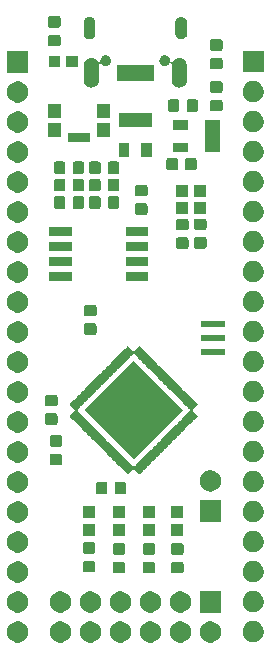
<source format=gts>
G04 #@! TF.GenerationSoftware,KiCad,Pcbnew,(5.1.5-0-10_14)*
G04 #@! TF.CreationDate,2020-07-01T13:16:57-07:00*
G04 #@! TF.ProjectId,ravenna,72617665-6e6e-4612-9e6b-696361645f70,rev?*
G04 #@! TF.SameCoordinates,Original*
G04 #@! TF.FileFunction,Soldermask,Top*
G04 #@! TF.FilePolarity,Negative*
%FSLAX46Y46*%
G04 Gerber Fmt 4.6, Leading zero omitted, Abs format (unit mm)*
G04 Created by KiCad (PCBNEW (5.1.5-0-10_14)) date 2020-07-01 13:16:57*
%MOMM*%
%LPD*%
G04 APERTURE LIST*
%ADD10C,0.100000*%
G04 APERTURE END LIST*
D10*
G36*
X148323469Y-111021525D02*
G01*
X144151539Y-115193455D01*
X148323469Y-119365385D01*
X152495399Y-115193455D01*
X148323469Y-111021525D01*
G37*
G36*
X153626770Y-115688430D02*
G01*
X153202506Y-115264166D01*
X152990374Y-115476298D01*
X153414638Y-115900562D01*
X153626770Y-115688430D01*
G37*
G36*
X153273216Y-116041983D02*
G01*
X152848952Y-115617719D01*
X152636820Y-115829851D01*
X153061084Y-116254115D01*
X153273216Y-116041983D01*
G37*
G36*
X152919663Y-116395537D02*
G01*
X152495399Y-115971272D01*
X152283267Y-116183404D01*
X152707531Y-116607669D01*
X152919663Y-116395537D01*
G37*
G36*
X152566110Y-116749090D02*
G01*
X152141846Y-116324826D01*
X151929714Y-116536958D01*
X152353978Y-116961222D01*
X152566110Y-116749090D01*
G37*
G36*
X152212556Y-117102643D02*
G01*
X151788292Y-116678379D01*
X151576160Y-116890511D01*
X152000424Y-117314775D01*
X152212556Y-117102643D01*
G37*
G36*
X151859003Y-117456197D02*
G01*
X151434739Y-117031933D01*
X151222607Y-117244065D01*
X151646871Y-117668329D01*
X151859003Y-117456197D01*
G37*
G36*
X151505450Y-117809750D02*
G01*
X151081185Y-117385486D01*
X150869053Y-117597618D01*
X151293317Y-118021882D01*
X151505450Y-117809750D01*
G37*
G36*
X151151896Y-118163303D02*
G01*
X150727632Y-117739039D01*
X150515500Y-117951171D01*
X150939764Y-118375436D01*
X151151896Y-118163303D01*
G37*
G36*
X150798343Y-118516857D02*
G01*
X150374079Y-118092593D01*
X150161947Y-118304725D01*
X150586211Y-118728989D01*
X150798343Y-118516857D01*
G37*
G36*
X150444789Y-118870410D02*
G01*
X150020525Y-118446146D01*
X149808393Y-118658278D01*
X150232657Y-119082542D01*
X150444789Y-118870410D01*
G37*
G36*
X150091236Y-119223964D02*
G01*
X149666972Y-118799700D01*
X149454840Y-119011832D01*
X149879104Y-119436096D01*
X150091236Y-119223964D01*
G37*
G36*
X149737683Y-119577517D02*
G01*
X149313418Y-119153253D01*
X149101286Y-119365385D01*
X149525551Y-119789649D01*
X149737683Y-119577517D01*
G37*
G36*
X149384129Y-119931070D02*
G01*
X148959865Y-119506806D01*
X148747733Y-119718938D01*
X149171997Y-120143202D01*
X149384129Y-119931070D01*
G37*
G36*
X149030576Y-120284624D02*
G01*
X148606312Y-119860360D01*
X148394180Y-120072492D01*
X148818444Y-120496756D01*
X149030576Y-120284624D01*
G37*
G36*
X147828494Y-120496756D02*
G01*
X148252758Y-120072492D01*
X148040626Y-119860360D01*
X147616362Y-120284624D01*
X147828494Y-120496756D01*
G37*
G36*
X147474941Y-120143202D02*
G01*
X147899205Y-119718938D01*
X147687073Y-119506806D01*
X147262809Y-119931070D01*
X147474941Y-120143202D01*
G37*
G36*
X147121387Y-119789649D02*
G01*
X147545652Y-119365385D01*
X147333520Y-119153253D01*
X146909255Y-119577517D01*
X147121387Y-119789649D01*
G37*
G36*
X146767834Y-119436096D02*
G01*
X147192098Y-119011832D01*
X146979966Y-118799700D01*
X146555702Y-119223964D01*
X146767834Y-119436096D01*
G37*
G36*
X146414281Y-119082542D02*
G01*
X146838545Y-118658278D01*
X146626413Y-118446146D01*
X146202149Y-118870410D01*
X146414281Y-119082542D01*
G37*
G36*
X146060727Y-118728989D02*
G01*
X146484991Y-118304725D01*
X146272859Y-118092593D01*
X145848595Y-118516857D01*
X146060727Y-118728989D01*
G37*
G36*
X145707174Y-118375436D02*
G01*
X146131438Y-117951171D01*
X145919306Y-117739039D01*
X145495042Y-118163303D01*
X145707174Y-118375436D01*
G37*
G36*
X145353621Y-118021882D02*
G01*
X145777885Y-117597618D01*
X145565753Y-117385486D01*
X145141488Y-117809750D01*
X145353621Y-118021882D01*
G37*
G36*
X145000067Y-117668329D02*
G01*
X145424331Y-117244065D01*
X145212199Y-117031933D01*
X144787935Y-117456197D01*
X145000067Y-117668329D01*
G37*
G36*
X144646514Y-117314775D02*
G01*
X145070778Y-116890511D01*
X144858646Y-116678379D01*
X144434382Y-117102643D01*
X144646514Y-117314775D01*
G37*
G36*
X144292960Y-116961222D02*
G01*
X144717224Y-116536958D01*
X144505092Y-116324826D01*
X144080828Y-116749090D01*
X144292960Y-116961222D01*
G37*
G36*
X143939407Y-116607669D02*
G01*
X144363671Y-116183404D01*
X144151539Y-115971272D01*
X143727275Y-116395537D01*
X143939407Y-116607669D01*
G37*
G36*
X143585854Y-116254115D02*
G01*
X144010118Y-115829851D01*
X143797986Y-115617719D01*
X143373722Y-116041983D01*
X143585854Y-116254115D01*
G37*
G36*
X143232300Y-115900562D02*
G01*
X143656564Y-115476298D01*
X143444432Y-115264166D01*
X143020168Y-115688430D01*
X143232300Y-115900562D01*
G37*
G36*
X143020168Y-114698480D02*
G01*
X143444432Y-115122744D01*
X143656564Y-114910612D01*
X143232300Y-114486348D01*
X143020168Y-114698480D01*
G37*
G36*
X143373722Y-114344927D02*
G01*
X143797986Y-114769191D01*
X144010118Y-114557059D01*
X143585854Y-114132795D01*
X143373722Y-114344927D01*
G37*
G36*
X143727275Y-113991373D02*
G01*
X144151539Y-114415638D01*
X144363671Y-114203506D01*
X143939407Y-113779241D01*
X143727275Y-113991373D01*
G37*
G36*
X144080828Y-113637820D02*
G01*
X144505092Y-114062084D01*
X144717224Y-113849952D01*
X144292960Y-113425688D01*
X144080828Y-113637820D01*
G37*
G36*
X144434382Y-113284267D02*
G01*
X144858646Y-113708531D01*
X145070778Y-113496399D01*
X144646514Y-113072135D01*
X144434382Y-113284267D01*
G37*
G36*
X144787935Y-112930713D02*
G01*
X145212199Y-113354977D01*
X145424331Y-113142845D01*
X145000067Y-112718581D01*
X144787935Y-112930713D01*
G37*
G36*
X145141488Y-112577160D02*
G01*
X145565753Y-113001424D01*
X145777885Y-112789292D01*
X145353621Y-112365028D01*
X145141488Y-112577160D01*
G37*
G36*
X145495042Y-112223607D02*
G01*
X145919306Y-112647871D01*
X146131438Y-112435739D01*
X145707174Y-112011474D01*
X145495042Y-112223607D01*
G37*
G36*
X145848595Y-111870053D02*
G01*
X146272859Y-112294317D01*
X146484991Y-112082185D01*
X146060727Y-111657921D01*
X145848595Y-111870053D01*
G37*
G36*
X146202149Y-111516500D02*
G01*
X146626413Y-111940764D01*
X146838545Y-111728632D01*
X146414281Y-111304368D01*
X146202149Y-111516500D01*
G37*
G36*
X146555702Y-111162946D02*
G01*
X146979966Y-111587210D01*
X147192098Y-111375078D01*
X146767834Y-110950814D01*
X146555702Y-111162946D01*
G37*
G36*
X146909255Y-110809393D02*
G01*
X147333520Y-111233657D01*
X147545652Y-111021525D01*
X147121387Y-110597261D01*
X146909255Y-110809393D01*
G37*
G36*
X147262809Y-110455840D02*
G01*
X147687073Y-110880104D01*
X147899205Y-110667972D01*
X147474941Y-110243708D01*
X147262809Y-110455840D01*
G37*
G36*
X147616362Y-110102286D02*
G01*
X148040626Y-110526550D01*
X148252758Y-110314418D01*
X147828494Y-109890154D01*
X147616362Y-110102286D01*
G37*
G36*
X148818444Y-109890154D02*
G01*
X148394180Y-110314418D01*
X148606312Y-110526550D01*
X149030576Y-110102286D01*
X148818444Y-109890154D01*
G37*
G36*
X149171997Y-110243708D02*
G01*
X148747733Y-110667972D01*
X148959865Y-110880104D01*
X149384129Y-110455840D01*
X149171997Y-110243708D01*
G37*
G36*
X149525551Y-110597261D02*
G01*
X149101286Y-111021525D01*
X149313418Y-111233657D01*
X149737683Y-110809393D01*
X149525551Y-110597261D01*
G37*
G36*
X149879104Y-110950814D02*
G01*
X149454840Y-111375078D01*
X149666972Y-111587210D01*
X150091236Y-111162946D01*
X149879104Y-110950814D01*
G37*
G36*
X150232657Y-111304368D02*
G01*
X149808393Y-111728632D01*
X150020525Y-111940764D01*
X150444789Y-111516500D01*
X150232657Y-111304368D01*
G37*
G36*
X150586211Y-111657921D02*
G01*
X150161947Y-112082185D01*
X150374079Y-112294317D01*
X150798343Y-111870053D01*
X150586211Y-111657921D01*
G37*
G36*
X150939764Y-112011474D02*
G01*
X150515500Y-112435739D01*
X150727632Y-112647871D01*
X151151896Y-112223607D01*
X150939764Y-112011474D01*
G37*
G36*
X151293317Y-112365028D02*
G01*
X150869053Y-112789292D01*
X151081185Y-113001424D01*
X151505450Y-112577160D01*
X151293317Y-112365028D01*
G37*
G36*
X151646871Y-112718581D02*
G01*
X151222607Y-113142845D01*
X151434739Y-113354977D01*
X151859003Y-112930713D01*
X151646871Y-112718581D01*
G37*
G36*
X152000424Y-113072135D02*
G01*
X151576160Y-113496399D01*
X151788292Y-113708531D01*
X152212556Y-113284267D01*
X152000424Y-113072135D01*
G37*
G36*
X152353978Y-113425688D02*
G01*
X151929714Y-113849952D01*
X152141846Y-114062084D01*
X152566110Y-113637820D01*
X152353978Y-113425688D01*
G37*
G36*
X152707531Y-113779241D02*
G01*
X152283267Y-114203506D01*
X152495399Y-114415638D01*
X152919663Y-113991373D01*
X152707531Y-113779241D01*
G37*
G36*
X153061084Y-114132795D02*
G01*
X152636820Y-114557059D01*
X152848952Y-114769191D01*
X153273216Y-114344927D01*
X153061084Y-114132795D01*
G37*
G36*
X153414638Y-114486348D02*
G01*
X152990374Y-114910612D01*
X153202506Y-115122744D01*
X153626770Y-114698480D01*
X153414638Y-114486348D01*
G37*
G36*
X154922977Y-133088224D02*
G01*
X155075812Y-133118624D01*
X155239784Y-133186544D01*
X155387354Y-133285147D01*
X155512853Y-133410646D01*
X155611456Y-133558216D01*
X155679376Y-133722188D01*
X155714000Y-133896259D01*
X155714000Y-134073741D01*
X155679376Y-134247812D01*
X155611456Y-134411784D01*
X155512853Y-134559354D01*
X155387354Y-134684853D01*
X155239784Y-134783456D01*
X155075812Y-134851376D01*
X154926512Y-134881073D01*
X154901742Y-134886000D01*
X154724258Y-134886000D01*
X154699488Y-134881073D01*
X154550188Y-134851376D01*
X154386216Y-134783456D01*
X154238646Y-134684853D01*
X154113147Y-134559354D01*
X154014544Y-134411784D01*
X153946624Y-134247812D01*
X153912000Y-134073741D01*
X153912000Y-133896259D01*
X153946624Y-133722188D01*
X154014544Y-133558216D01*
X154113147Y-133410646D01*
X154238646Y-133285147D01*
X154386216Y-133186544D01*
X154550188Y-133118624D01*
X154703023Y-133088224D01*
X154724258Y-133084000D01*
X154901742Y-133084000D01*
X154922977Y-133088224D01*
G37*
G36*
X152382977Y-133088224D02*
G01*
X152535812Y-133118624D01*
X152699784Y-133186544D01*
X152847354Y-133285147D01*
X152972853Y-133410646D01*
X153071456Y-133558216D01*
X153139376Y-133722188D01*
X153174000Y-133896259D01*
X153174000Y-134073741D01*
X153139376Y-134247812D01*
X153071456Y-134411784D01*
X152972853Y-134559354D01*
X152847354Y-134684853D01*
X152699784Y-134783456D01*
X152535812Y-134851376D01*
X152386512Y-134881073D01*
X152361742Y-134886000D01*
X152184258Y-134886000D01*
X152159488Y-134881073D01*
X152010188Y-134851376D01*
X151846216Y-134783456D01*
X151698646Y-134684853D01*
X151573147Y-134559354D01*
X151474544Y-134411784D01*
X151406624Y-134247812D01*
X151372000Y-134073741D01*
X151372000Y-133896259D01*
X151406624Y-133722188D01*
X151474544Y-133558216D01*
X151573147Y-133410646D01*
X151698646Y-133285147D01*
X151846216Y-133186544D01*
X152010188Y-133118624D01*
X152163023Y-133088224D01*
X152184258Y-133084000D01*
X152361742Y-133084000D01*
X152382977Y-133088224D01*
G37*
G36*
X149842977Y-133088224D02*
G01*
X149995812Y-133118624D01*
X150159784Y-133186544D01*
X150307354Y-133285147D01*
X150432853Y-133410646D01*
X150531456Y-133558216D01*
X150599376Y-133722188D01*
X150634000Y-133896259D01*
X150634000Y-134073741D01*
X150599376Y-134247812D01*
X150531456Y-134411784D01*
X150432853Y-134559354D01*
X150307354Y-134684853D01*
X150159784Y-134783456D01*
X149995812Y-134851376D01*
X149846512Y-134881073D01*
X149821742Y-134886000D01*
X149644258Y-134886000D01*
X149619488Y-134881073D01*
X149470188Y-134851376D01*
X149306216Y-134783456D01*
X149158646Y-134684853D01*
X149033147Y-134559354D01*
X148934544Y-134411784D01*
X148866624Y-134247812D01*
X148832000Y-134073741D01*
X148832000Y-133896259D01*
X148866624Y-133722188D01*
X148934544Y-133558216D01*
X149033147Y-133410646D01*
X149158646Y-133285147D01*
X149306216Y-133186544D01*
X149470188Y-133118624D01*
X149623023Y-133088224D01*
X149644258Y-133084000D01*
X149821742Y-133084000D01*
X149842977Y-133088224D01*
G37*
G36*
X147302977Y-133088224D02*
G01*
X147455812Y-133118624D01*
X147619784Y-133186544D01*
X147767354Y-133285147D01*
X147892853Y-133410646D01*
X147991456Y-133558216D01*
X148059376Y-133722188D01*
X148094000Y-133896259D01*
X148094000Y-134073741D01*
X148059376Y-134247812D01*
X147991456Y-134411784D01*
X147892853Y-134559354D01*
X147767354Y-134684853D01*
X147619784Y-134783456D01*
X147455812Y-134851376D01*
X147306512Y-134881073D01*
X147281742Y-134886000D01*
X147104258Y-134886000D01*
X147079488Y-134881073D01*
X146930188Y-134851376D01*
X146766216Y-134783456D01*
X146618646Y-134684853D01*
X146493147Y-134559354D01*
X146394544Y-134411784D01*
X146326624Y-134247812D01*
X146292000Y-134073741D01*
X146292000Y-133896259D01*
X146326624Y-133722188D01*
X146394544Y-133558216D01*
X146493147Y-133410646D01*
X146618646Y-133285147D01*
X146766216Y-133186544D01*
X146930188Y-133118624D01*
X147083023Y-133088224D01*
X147104258Y-133084000D01*
X147281742Y-133084000D01*
X147302977Y-133088224D01*
G37*
G36*
X144762977Y-133088224D02*
G01*
X144915812Y-133118624D01*
X145079784Y-133186544D01*
X145227354Y-133285147D01*
X145352853Y-133410646D01*
X145451456Y-133558216D01*
X145519376Y-133722188D01*
X145554000Y-133896259D01*
X145554000Y-134073741D01*
X145519376Y-134247812D01*
X145451456Y-134411784D01*
X145352853Y-134559354D01*
X145227354Y-134684853D01*
X145079784Y-134783456D01*
X144915812Y-134851376D01*
X144766512Y-134881073D01*
X144741742Y-134886000D01*
X144564258Y-134886000D01*
X144539488Y-134881073D01*
X144390188Y-134851376D01*
X144226216Y-134783456D01*
X144078646Y-134684853D01*
X143953147Y-134559354D01*
X143854544Y-134411784D01*
X143786624Y-134247812D01*
X143752000Y-134073741D01*
X143752000Y-133896259D01*
X143786624Y-133722188D01*
X143854544Y-133558216D01*
X143953147Y-133410646D01*
X144078646Y-133285147D01*
X144226216Y-133186544D01*
X144390188Y-133118624D01*
X144543023Y-133088224D01*
X144564258Y-133084000D01*
X144741742Y-133084000D01*
X144762977Y-133088224D01*
G37*
G36*
X142222977Y-133088224D02*
G01*
X142375812Y-133118624D01*
X142539784Y-133186544D01*
X142687354Y-133285147D01*
X142812853Y-133410646D01*
X142911456Y-133558216D01*
X142979376Y-133722188D01*
X143014000Y-133896259D01*
X143014000Y-134073741D01*
X142979376Y-134247812D01*
X142911456Y-134411784D01*
X142812853Y-134559354D01*
X142687354Y-134684853D01*
X142539784Y-134783456D01*
X142375812Y-134851376D01*
X142226512Y-134881073D01*
X142201742Y-134886000D01*
X142024258Y-134886000D01*
X141999488Y-134881073D01*
X141850188Y-134851376D01*
X141686216Y-134783456D01*
X141538646Y-134684853D01*
X141413147Y-134559354D01*
X141314544Y-134411784D01*
X141246624Y-134247812D01*
X141212000Y-134073741D01*
X141212000Y-133896259D01*
X141246624Y-133722188D01*
X141314544Y-133558216D01*
X141413147Y-133410646D01*
X141538646Y-133285147D01*
X141686216Y-133186544D01*
X141850188Y-133118624D01*
X142003023Y-133088224D01*
X142024258Y-133084000D01*
X142201742Y-133084000D01*
X142222977Y-133088224D01*
G37*
G36*
X138616177Y-133088224D02*
G01*
X138769012Y-133118624D01*
X138932984Y-133186544D01*
X139080554Y-133285147D01*
X139206053Y-133410646D01*
X139304656Y-133558216D01*
X139372576Y-133722188D01*
X139407200Y-133896259D01*
X139407200Y-134073741D01*
X139372576Y-134247812D01*
X139304656Y-134411784D01*
X139206053Y-134559354D01*
X139080554Y-134684853D01*
X138932984Y-134783456D01*
X138769012Y-134851376D01*
X138619712Y-134881073D01*
X138594942Y-134886000D01*
X138417458Y-134886000D01*
X138392688Y-134881073D01*
X138243388Y-134851376D01*
X138079416Y-134783456D01*
X137931846Y-134684853D01*
X137806347Y-134559354D01*
X137707744Y-134411784D01*
X137639824Y-134247812D01*
X137605200Y-134073741D01*
X137605200Y-133896259D01*
X137639824Y-133722188D01*
X137707744Y-133558216D01*
X137806347Y-133410646D01*
X137931846Y-133285147D01*
X138079416Y-133186544D01*
X138243388Y-133118624D01*
X138396223Y-133088224D01*
X138417458Y-133084000D01*
X138594942Y-133084000D01*
X138616177Y-133088224D01*
G37*
G36*
X158558612Y-133058527D02*
G01*
X158707912Y-133088224D01*
X158871884Y-133156144D01*
X159019454Y-133254747D01*
X159144953Y-133380246D01*
X159243556Y-133527816D01*
X159311476Y-133691788D01*
X159346100Y-133865859D01*
X159346100Y-134043341D01*
X159311476Y-134217412D01*
X159243556Y-134381384D01*
X159144953Y-134528954D01*
X159019454Y-134654453D01*
X158871884Y-134753056D01*
X158707912Y-134820976D01*
X158558612Y-134850673D01*
X158533842Y-134855600D01*
X158356358Y-134855600D01*
X158331588Y-134850673D01*
X158182288Y-134820976D01*
X158018316Y-134753056D01*
X157870746Y-134654453D01*
X157745247Y-134528954D01*
X157646644Y-134381384D01*
X157578724Y-134217412D01*
X157544100Y-134043341D01*
X157544100Y-133865859D01*
X157578724Y-133691788D01*
X157646644Y-133527816D01*
X157745247Y-133380246D01*
X157870746Y-133254747D01*
X158018316Y-133156144D01*
X158182288Y-133088224D01*
X158331588Y-133058527D01*
X158356358Y-133053600D01*
X158533842Y-133053600D01*
X158558612Y-133058527D01*
G37*
G36*
X138616177Y-130548224D02*
G01*
X138769012Y-130578624D01*
X138932984Y-130646544D01*
X139080554Y-130745147D01*
X139206053Y-130870646D01*
X139304656Y-131018216D01*
X139372576Y-131182188D01*
X139407200Y-131356259D01*
X139407200Y-131533741D01*
X139372576Y-131707812D01*
X139304656Y-131871784D01*
X139206053Y-132019354D01*
X139080554Y-132144853D01*
X138932984Y-132243456D01*
X138769012Y-132311376D01*
X138619712Y-132341073D01*
X138594942Y-132346000D01*
X138417458Y-132346000D01*
X138392688Y-132341073D01*
X138243388Y-132311376D01*
X138079416Y-132243456D01*
X137931846Y-132144853D01*
X137806347Y-132019354D01*
X137707744Y-131871784D01*
X137639824Y-131707812D01*
X137605200Y-131533741D01*
X137605200Y-131356259D01*
X137639824Y-131182188D01*
X137707744Y-131018216D01*
X137806347Y-130870646D01*
X137931846Y-130745147D01*
X138079416Y-130646544D01*
X138243388Y-130578624D01*
X138396223Y-130548224D01*
X138417458Y-130544000D01*
X138594942Y-130544000D01*
X138616177Y-130548224D01*
G37*
G36*
X155714000Y-132346000D02*
G01*
X153912000Y-132346000D01*
X153912000Y-130544000D01*
X155714000Y-130544000D01*
X155714000Y-132346000D01*
G37*
G36*
X147302977Y-130548224D02*
G01*
X147455812Y-130578624D01*
X147619784Y-130646544D01*
X147767354Y-130745147D01*
X147892853Y-130870646D01*
X147991456Y-131018216D01*
X148059376Y-131182188D01*
X148094000Y-131356259D01*
X148094000Y-131533741D01*
X148059376Y-131707812D01*
X147991456Y-131871784D01*
X147892853Y-132019354D01*
X147767354Y-132144853D01*
X147619784Y-132243456D01*
X147455812Y-132311376D01*
X147306512Y-132341073D01*
X147281742Y-132346000D01*
X147104258Y-132346000D01*
X147079488Y-132341073D01*
X146930188Y-132311376D01*
X146766216Y-132243456D01*
X146618646Y-132144853D01*
X146493147Y-132019354D01*
X146394544Y-131871784D01*
X146326624Y-131707812D01*
X146292000Y-131533741D01*
X146292000Y-131356259D01*
X146326624Y-131182188D01*
X146394544Y-131018216D01*
X146493147Y-130870646D01*
X146618646Y-130745147D01*
X146766216Y-130646544D01*
X146930188Y-130578624D01*
X147083023Y-130548224D01*
X147104258Y-130544000D01*
X147281742Y-130544000D01*
X147302977Y-130548224D01*
G37*
G36*
X152382977Y-130548224D02*
G01*
X152535812Y-130578624D01*
X152699784Y-130646544D01*
X152847354Y-130745147D01*
X152972853Y-130870646D01*
X153071456Y-131018216D01*
X153139376Y-131182188D01*
X153174000Y-131356259D01*
X153174000Y-131533741D01*
X153139376Y-131707812D01*
X153071456Y-131871784D01*
X152972853Y-132019354D01*
X152847354Y-132144853D01*
X152699784Y-132243456D01*
X152535812Y-132311376D01*
X152386512Y-132341073D01*
X152361742Y-132346000D01*
X152184258Y-132346000D01*
X152159488Y-132341073D01*
X152010188Y-132311376D01*
X151846216Y-132243456D01*
X151698646Y-132144853D01*
X151573147Y-132019354D01*
X151474544Y-131871784D01*
X151406624Y-131707812D01*
X151372000Y-131533741D01*
X151372000Y-131356259D01*
X151406624Y-131182188D01*
X151474544Y-131018216D01*
X151573147Y-130870646D01*
X151698646Y-130745147D01*
X151846216Y-130646544D01*
X152010188Y-130578624D01*
X152163023Y-130548224D01*
X152184258Y-130544000D01*
X152361742Y-130544000D01*
X152382977Y-130548224D01*
G37*
G36*
X149842977Y-130548224D02*
G01*
X149995812Y-130578624D01*
X150159784Y-130646544D01*
X150307354Y-130745147D01*
X150432853Y-130870646D01*
X150531456Y-131018216D01*
X150599376Y-131182188D01*
X150634000Y-131356259D01*
X150634000Y-131533741D01*
X150599376Y-131707812D01*
X150531456Y-131871784D01*
X150432853Y-132019354D01*
X150307354Y-132144853D01*
X150159784Y-132243456D01*
X149995812Y-132311376D01*
X149846512Y-132341073D01*
X149821742Y-132346000D01*
X149644258Y-132346000D01*
X149619488Y-132341073D01*
X149470188Y-132311376D01*
X149306216Y-132243456D01*
X149158646Y-132144853D01*
X149033147Y-132019354D01*
X148934544Y-131871784D01*
X148866624Y-131707812D01*
X148832000Y-131533741D01*
X148832000Y-131356259D01*
X148866624Y-131182188D01*
X148934544Y-131018216D01*
X149033147Y-130870646D01*
X149158646Y-130745147D01*
X149306216Y-130646544D01*
X149470188Y-130578624D01*
X149623023Y-130548224D01*
X149644258Y-130544000D01*
X149821742Y-130544000D01*
X149842977Y-130548224D01*
G37*
G36*
X144762977Y-130548224D02*
G01*
X144915812Y-130578624D01*
X145079784Y-130646544D01*
X145227354Y-130745147D01*
X145352853Y-130870646D01*
X145451456Y-131018216D01*
X145519376Y-131182188D01*
X145554000Y-131356259D01*
X145554000Y-131533741D01*
X145519376Y-131707812D01*
X145451456Y-131871784D01*
X145352853Y-132019354D01*
X145227354Y-132144853D01*
X145079784Y-132243456D01*
X144915812Y-132311376D01*
X144766512Y-132341073D01*
X144741742Y-132346000D01*
X144564258Y-132346000D01*
X144539488Y-132341073D01*
X144390188Y-132311376D01*
X144226216Y-132243456D01*
X144078646Y-132144853D01*
X143953147Y-132019354D01*
X143854544Y-131871784D01*
X143786624Y-131707812D01*
X143752000Y-131533741D01*
X143752000Y-131356259D01*
X143786624Y-131182188D01*
X143854544Y-131018216D01*
X143953147Y-130870646D01*
X144078646Y-130745147D01*
X144226216Y-130646544D01*
X144390188Y-130578624D01*
X144543023Y-130548224D01*
X144564258Y-130544000D01*
X144741742Y-130544000D01*
X144762977Y-130548224D01*
G37*
G36*
X142222977Y-130548224D02*
G01*
X142375812Y-130578624D01*
X142539784Y-130646544D01*
X142687354Y-130745147D01*
X142812853Y-130870646D01*
X142911456Y-131018216D01*
X142979376Y-131182188D01*
X143014000Y-131356259D01*
X143014000Y-131533741D01*
X142979376Y-131707812D01*
X142911456Y-131871784D01*
X142812853Y-132019354D01*
X142687354Y-132144853D01*
X142539784Y-132243456D01*
X142375812Y-132311376D01*
X142226512Y-132341073D01*
X142201742Y-132346000D01*
X142024258Y-132346000D01*
X141999488Y-132341073D01*
X141850188Y-132311376D01*
X141686216Y-132243456D01*
X141538646Y-132144853D01*
X141413147Y-132019354D01*
X141314544Y-131871784D01*
X141246624Y-131707812D01*
X141212000Y-131533741D01*
X141212000Y-131356259D01*
X141246624Y-131182188D01*
X141314544Y-131018216D01*
X141413147Y-130870646D01*
X141538646Y-130745147D01*
X141686216Y-130646544D01*
X141850188Y-130578624D01*
X142003023Y-130548224D01*
X142024258Y-130544000D01*
X142201742Y-130544000D01*
X142222977Y-130548224D01*
G37*
G36*
X158558612Y-130518527D02*
G01*
X158707912Y-130548224D01*
X158871884Y-130616144D01*
X159019454Y-130714747D01*
X159144953Y-130840246D01*
X159243556Y-130987816D01*
X159311476Y-131151788D01*
X159346100Y-131325859D01*
X159346100Y-131503341D01*
X159311476Y-131677412D01*
X159243556Y-131841384D01*
X159144953Y-131988954D01*
X159019454Y-132114453D01*
X158871884Y-132213056D01*
X158707912Y-132280976D01*
X158558612Y-132310673D01*
X158533842Y-132315600D01*
X158356358Y-132315600D01*
X158331588Y-132310673D01*
X158182288Y-132280976D01*
X158018316Y-132213056D01*
X157870746Y-132114453D01*
X157745247Y-131988954D01*
X157646644Y-131841384D01*
X157578724Y-131677412D01*
X157544100Y-131503341D01*
X157544100Y-131325859D01*
X157578724Y-131151788D01*
X157646644Y-130987816D01*
X157745247Y-130840246D01*
X157870746Y-130714747D01*
X158018316Y-130616144D01*
X158182288Y-130548224D01*
X158331588Y-130518527D01*
X158356358Y-130513600D01*
X158533842Y-130513600D01*
X158558612Y-130518527D01*
G37*
G36*
X138616177Y-128008224D02*
G01*
X138769012Y-128038624D01*
X138932984Y-128106544D01*
X139080554Y-128205147D01*
X139206053Y-128330646D01*
X139304656Y-128478216D01*
X139372576Y-128642188D01*
X139407200Y-128816259D01*
X139407200Y-128993741D01*
X139372576Y-129167812D01*
X139304656Y-129331784D01*
X139206053Y-129479354D01*
X139080554Y-129604853D01*
X138932984Y-129703456D01*
X138769012Y-129771376D01*
X138619712Y-129801073D01*
X138594942Y-129806000D01*
X138417458Y-129806000D01*
X138392688Y-129801073D01*
X138243388Y-129771376D01*
X138079416Y-129703456D01*
X137931846Y-129604853D01*
X137806347Y-129479354D01*
X137707744Y-129331784D01*
X137639824Y-129167812D01*
X137605200Y-128993741D01*
X137605200Y-128816259D01*
X137639824Y-128642188D01*
X137707744Y-128478216D01*
X137806347Y-128330646D01*
X137931846Y-128205147D01*
X138079416Y-128106544D01*
X138243388Y-128038624D01*
X138396223Y-128008224D01*
X138417458Y-128004000D01*
X138594942Y-128004000D01*
X138616177Y-128008224D01*
G37*
G36*
X158556424Y-127978092D02*
G01*
X158707912Y-128008224D01*
X158871884Y-128076144D01*
X159019454Y-128174747D01*
X159144953Y-128300246D01*
X159243556Y-128447816D01*
X159311476Y-128611788D01*
X159338691Y-128748610D01*
X159346073Y-128785720D01*
X159346100Y-128785859D01*
X159346100Y-128963341D01*
X159311476Y-129137412D01*
X159243556Y-129301384D01*
X159144953Y-129448954D01*
X159019454Y-129574453D01*
X158871884Y-129673056D01*
X158707912Y-129740976D01*
X158558612Y-129770673D01*
X158533842Y-129775600D01*
X158356358Y-129775600D01*
X158331588Y-129770673D01*
X158182288Y-129740976D01*
X158018316Y-129673056D01*
X157870746Y-129574453D01*
X157745247Y-129448954D01*
X157646644Y-129301384D01*
X157578724Y-129137412D01*
X157544100Y-128963341D01*
X157544100Y-128785859D01*
X157544128Y-128785720D01*
X157551509Y-128748610D01*
X157578724Y-128611788D01*
X157646644Y-128447816D01*
X157745247Y-128300246D01*
X157870746Y-128174747D01*
X158018316Y-128076144D01*
X158182288Y-128008224D01*
X158333776Y-127978092D01*
X158356358Y-127973600D01*
X158533842Y-127973600D01*
X158556424Y-127978092D01*
G37*
G36*
X152398591Y-128039585D02*
G01*
X152432569Y-128049893D01*
X152463890Y-128066634D01*
X152491339Y-128089161D01*
X152513866Y-128116610D01*
X152530607Y-128147931D01*
X152540915Y-128181909D01*
X152545000Y-128223390D01*
X152545000Y-128824610D01*
X152540915Y-128866091D01*
X152530607Y-128900069D01*
X152513866Y-128931390D01*
X152491339Y-128958839D01*
X152463890Y-128981366D01*
X152432569Y-128998107D01*
X152398591Y-129008415D01*
X152357110Y-129012500D01*
X151680890Y-129012500D01*
X151639409Y-129008415D01*
X151605431Y-128998107D01*
X151574110Y-128981366D01*
X151546661Y-128958839D01*
X151524134Y-128931390D01*
X151507393Y-128900069D01*
X151497085Y-128866091D01*
X151493000Y-128824610D01*
X151493000Y-128223390D01*
X151497085Y-128181909D01*
X151507393Y-128147931D01*
X151524134Y-128116610D01*
X151546661Y-128089161D01*
X151574110Y-128066634D01*
X151605431Y-128049893D01*
X151639409Y-128039585D01*
X151680890Y-128035500D01*
X152357110Y-128035500D01*
X152398591Y-128039585D01*
G37*
G36*
X149985591Y-128039585D02*
G01*
X150019569Y-128049893D01*
X150050890Y-128066634D01*
X150078339Y-128089161D01*
X150100866Y-128116610D01*
X150117607Y-128147931D01*
X150127915Y-128181909D01*
X150132000Y-128223390D01*
X150132000Y-128824610D01*
X150127915Y-128866091D01*
X150117607Y-128900069D01*
X150100866Y-128931390D01*
X150078339Y-128958839D01*
X150050890Y-128981366D01*
X150019569Y-128998107D01*
X149985591Y-129008415D01*
X149944110Y-129012500D01*
X149267890Y-129012500D01*
X149226409Y-129008415D01*
X149192431Y-128998107D01*
X149161110Y-128981366D01*
X149133661Y-128958839D01*
X149111134Y-128931390D01*
X149094393Y-128900069D01*
X149084085Y-128866091D01*
X149080000Y-128824610D01*
X149080000Y-128223390D01*
X149084085Y-128181909D01*
X149094393Y-128147931D01*
X149111134Y-128116610D01*
X149133661Y-128089161D01*
X149161110Y-128066634D01*
X149192431Y-128049893D01*
X149226409Y-128039585D01*
X149267890Y-128035500D01*
X149944110Y-128035500D01*
X149985591Y-128039585D01*
G37*
G36*
X147445591Y-128039585D02*
G01*
X147479569Y-128049893D01*
X147510890Y-128066634D01*
X147538339Y-128089161D01*
X147560866Y-128116610D01*
X147577607Y-128147931D01*
X147587915Y-128181909D01*
X147592000Y-128223390D01*
X147592000Y-128824610D01*
X147587915Y-128866091D01*
X147577607Y-128900069D01*
X147560866Y-128931390D01*
X147538339Y-128958839D01*
X147510890Y-128981366D01*
X147479569Y-128998107D01*
X147445591Y-129008415D01*
X147404110Y-129012500D01*
X146727890Y-129012500D01*
X146686409Y-129008415D01*
X146652431Y-128998107D01*
X146621110Y-128981366D01*
X146593661Y-128958839D01*
X146571134Y-128931390D01*
X146554393Y-128900069D01*
X146544085Y-128866091D01*
X146540000Y-128824610D01*
X146540000Y-128223390D01*
X146544085Y-128181909D01*
X146554393Y-128147931D01*
X146571134Y-128116610D01*
X146593661Y-128089161D01*
X146621110Y-128066634D01*
X146652431Y-128049893D01*
X146686409Y-128039585D01*
X146727890Y-128035500D01*
X147404110Y-128035500D01*
X147445591Y-128039585D01*
G37*
G36*
X144905591Y-127963585D02*
G01*
X144939569Y-127973893D01*
X144970890Y-127990634D01*
X144998339Y-128013161D01*
X145020866Y-128040610D01*
X145037607Y-128071931D01*
X145047915Y-128105909D01*
X145052000Y-128147390D01*
X145052000Y-128748610D01*
X145047915Y-128790091D01*
X145037607Y-128824069D01*
X145020866Y-128855390D01*
X144998339Y-128882839D01*
X144970890Y-128905366D01*
X144939569Y-128922107D01*
X144905591Y-128932415D01*
X144864110Y-128936500D01*
X144187890Y-128936500D01*
X144146409Y-128932415D01*
X144112431Y-128922107D01*
X144081110Y-128905366D01*
X144053661Y-128882839D01*
X144031134Y-128855390D01*
X144014393Y-128824069D01*
X144004085Y-128790091D01*
X144000000Y-128748610D01*
X144000000Y-128147390D01*
X144004085Y-128105909D01*
X144014393Y-128071931D01*
X144031134Y-128040610D01*
X144053661Y-128013161D01*
X144081110Y-127990634D01*
X144112431Y-127973893D01*
X144146409Y-127963585D01*
X144187890Y-127959500D01*
X144864110Y-127959500D01*
X144905591Y-127963585D01*
G37*
G36*
X147445591Y-126464585D02*
G01*
X147479569Y-126474893D01*
X147510890Y-126491634D01*
X147538339Y-126514161D01*
X147560866Y-126541610D01*
X147577607Y-126572931D01*
X147587915Y-126606909D01*
X147592000Y-126648390D01*
X147592000Y-127249610D01*
X147587915Y-127291091D01*
X147577607Y-127325069D01*
X147560866Y-127356390D01*
X147538339Y-127383839D01*
X147510890Y-127406366D01*
X147479569Y-127423107D01*
X147445591Y-127433415D01*
X147404110Y-127437500D01*
X146727890Y-127437500D01*
X146686409Y-127433415D01*
X146652431Y-127423107D01*
X146621110Y-127406366D01*
X146593661Y-127383839D01*
X146571134Y-127356390D01*
X146554393Y-127325069D01*
X146544085Y-127291091D01*
X146540000Y-127249610D01*
X146540000Y-126648390D01*
X146544085Y-126606909D01*
X146554393Y-126572931D01*
X146571134Y-126541610D01*
X146593661Y-126514161D01*
X146621110Y-126491634D01*
X146652431Y-126474893D01*
X146686409Y-126464585D01*
X146727890Y-126460500D01*
X147404110Y-126460500D01*
X147445591Y-126464585D01*
G37*
G36*
X152398591Y-126464585D02*
G01*
X152432569Y-126474893D01*
X152463890Y-126491634D01*
X152491339Y-126514161D01*
X152513866Y-126541610D01*
X152530607Y-126572931D01*
X152540915Y-126606909D01*
X152545000Y-126648390D01*
X152545000Y-127249610D01*
X152540915Y-127291091D01*
X152530607Y-127325069D01*
X152513866Y-127356390D01*
X152491339Y-127383839D01*
X152463890Y-127406366D01*
X152432569Y-127423107D01*
X152398591Y-127433415D01*
X152357110Y-127437500D01*
X151680890Y-127437500D01*
X151639409Y-127433415D01*
X151605431Y-127423107D01*
X151574110Y-127406366D01*
X151546661Y-127383839D01*
X151524134Y-127356390D01*
X151507393Y-127325069D01*
X151497085Y-127291091D01*
X151493000Y-127249610D01*
X151493000Y-126648390D01*
X151497085Y-126606909D01*
X151507393Y-126572931D01*
X151524134Y-126541610D01*
X151546661Y-126514161D01*
X151574110Y-126491634D01*
X151605431Y-126474893D01*
X151639409Y-126464585D01*
X151680890Y-126460500D01*
X152357110Y-126460500D01*
X152398591Y-126464585D01*
G37*
G36*
X149985591Y-126464585D02*
G01*
X150019569Y-126474893D01*
X150050890Y-126491634D01*
X150078339Y-126514161D01*
X150100866Y-126541610D01*
X150117607Y-126572931D01*
X150127915Y-126606909D01*
X150132000Y-126648390D01*
X150132000Y-127249610D01*
X150127915Y-127291091D01*
X150117607Y-127325069D01*
X150100866Y-127356390D01*
X150078339Y-127383839D01*
X150050890Y-127406366D01*
X150019569Y-127423107D01*
X149985591Y-127433415D01*
X149944110Y-127437500D01*
X149267890Y-127437500D01*
X149226409Y-127433415D01*
X149192431Y-127423107D01*
X149161110Y-127406366D01*
X149133661Y-127383839D01*
X149111134Y-127356390D01*
X149094393Y-127325069D01*
X149084085Y-127291091D01*
X149080000Y-127249610D01*
X149080000Y-126648390D01*
X149084085Y-126606909D01*
X149094393Y-126572931D01*
X149111134Y-126541610D01*
X149133661Y-126514161D01*
X149161110Y-126491634D01*
X149192431Y-126474893D01*
X149226409Y-126464585D01*
X149267890Y-126460500D01*
X149944110Y-126460500D01*
X149985591Y-126464585D01*
G37*
G36*
X144905591Y-126388585D02*
G01*
X144939569Y-126398893D01*
X144970890Y-126415634D01*
X144998339Y-126438161D01*
X145020866Y-126465610D01*
X145037607Y-126496931D01*
X145047915Y-126530909D01*
X145052000Y-126572390D01*
X145052000Y-127173610D01*
X145047915Y-127215091D01*
X145037607Y-127249069D01*
X145020866Y-127280390D01*
X144998339Y-127307839D01*
X144970890Y-127330366D01*
X144939569Y-127347107D01*
X144905591Y-127357415D01*
X144864110Y-127361500D01*
X144187890Y-127361500D01*
X144146409Y-127357415D01*
X144112431Y-127347107D01*
X144081110Y-127330366D01*
X144053661Y-127307839D01*
X144031134Y-127280390D01*
X144014393Y-127249069D01*
X144004085Y-127215091D01*
X144000000Y-127173610D01*
X144000000Y-126572390D01*
X144004085Y-126530909D01*
X144014393Y-126496931D01*
X144031134Y-126465610D01*
X144053661Y-126438161D01*
X144081110Y-126415634D01*
X144112431Y-126398893D01*
X144146409Y-126388585D01*
X144187890Y-126384500D01*
X144864110Y-126384500D01*
X144905591Y-126388585D01*
G37*
G36*
X138616177Y-125468224D02*
G01*
X138769012Y-125498624D01*
X138932984Y-125566544D01*
X139080554Y-125665147D01*
X139206053Y-125790646D01*
X139304656Y-125938216D01*
X139372576Y-126102188D01*
X139407200Y-126276259D01*
X139407200Y-126453741D01*
X139372576Y-126627812D01*
X139304656Y-126791784D01*
X139206053Y-126939354D01*
X139080554Y-127064853D01*
X138932984Y-127163456D01*
X138769012Y-127231376D01*
X138619712Y-127261073D01*
X138594942Y-127266000D01*
X138417458Y-127266000D01*
X138392688Y-127261073D01*
X138243388Y-127231376D01*
X138079416Y-127163456D01*
X137931846Y-127064853D01*
X137806347Y-126939354D01*
X137707744Y-126791784D01*
X137639824Y-126627812D01*
X137605200Y-126453741D01*
X137605200Y-126276259D01*
X137639824Y-126102188D01*
X137707744Y-125938216D01*
X137806347Y-125790646D01*
X137931846Y-125665147D01*
X138079416Y-125566544D01*
X138243388Y-125498624D01*
X138396223Y-125468224D01*
X138417458Y-125464000D01*
X138594942Y-125464000D01*
X138616177Y-125468224D01*
G37*
G36*
X158558612Y-125438527D02*
G01*
X158707912Y-125468224D01*
X158871884Y-125536144D01*
X159019454Y-125634747D01*
X159144953Y-125760246D01*
X159243556Y-125907816D01*
X159311476Y-126071788D01*
X159346100Y-126245859D01*
X159346100Y-126423341D01*
X159311476Y-126597412D01*
X159243556Y-126761384D01*
X159144953Y-126908954D01*
X159019454Y-127034453D01*
X158871884Y-127133056D01*
X158707912Y-127200976D01*
X158558612Y-127230673D01*
X158533842Y-127235600D01*
X158356358Y-127235600D01*
X158331588Y-127230673D01*
X158182288Y-127200976D01*
X158018316Y-127133056D01*
X157870746Y-127034453D01*
X157745247Y-126908954D01*
X157646644Y-126761384D01*
X157578724Y-126597412D01*
X157544100Y-126423341D01*
X157544100Y-126245859D01*
X157578724Y-126071788D01*
X157646644Y-125907816D01*
X157745247Y-125760246D01*
X157870746Y-125634747D01*
X158018316Y-125536144D01*
X158182288Y-125468224D01*
X158331588Y-125438527D01*
X158356358Y-125433600D01*
X158533842Y-125433600D01*
X158558612Y-125438527D01*
G37*
G36*
X150107600Y-125850600D02*
G01*
X149104400Y-125850600D01*
X149104400Y-124847400D01*
X150107600Y-124847400D01*
X150107600Y-125850600D01*
G37*
G36*
X147567600Y-125850600D02*
G01*
X146564400Y-125850600D01*
X146564400Y-124847400D01*
X147567600Y-124847400D01*
X147567600Y-125850600D01*
G37*
G36*
X152520600Y-125850600D02*
G01*
X151517400Y-125850600D01*
X151517400Y-124847400D01*
X152520600Y-124847400D01*
X152520600Y-125850600D01*
G37*
G36*
X145027600Y-125850600D02*
G01*
X144024400Y-125850600D01*
X144024400Y-124847400D01*
X145027600Y-124847400D01*
X145027600Y-125850600D01*
G37*
G36*
X138616177Y-122928224D02*
G01*
X138769012Y-122958624D01*
X138932984Y-123026544D01*
X139080554Y-123125147D01*
X139206053Y-123250646D01*
X139304656Y-123398216D01*
X139372576Y-123562188D01*
X139407200Y-123736259D01*
X139407200Y-123913741D01*
X139372576Y-124087812D01*
X139304656Y-124251784D01*
X139206053Y-124399354D01*
X139080554Y-124524853D01*
X138932984Y-124623456D01*
X138769012Y-124691376D01*
X138619712Y-124721073D01*
X138594942Y-124726000D01*
X138417458Y-124726000D01*
X138392688Y-124721073D01*
X138243388Y-124691376D01*
X138079416Y-124623456D01*
X137931846Y-124524853D01*
X137806347Y-124399354D01*
X137707744Y-124251784D01*
X137639824Y-124087812D01*
X137605200Y-123913741D01*
X137605200Y-123736259D01*
X137639824Y-123562188D01*
X137707744Y-123398216D01*
X137806347Y-123250646D01*
X137931846Y-123125147D01*
X138079416Y-123026544D01*
X138243388Y-122958624D01*
X138396223Y-122928224D01*
X138417458Y-122924000D01*
X138594942Y-122924000D01*
X138616177Y-122928224D01*
G37*
G36*
X158558612Y-122898527D02*
G01*
X158707912Y-122928224D01*
X158871884Y-122996144D01*
X159019454Y-123094747D01*
X159144953Y-123220246D01*
X159243556Y-123367816D01*
X159311476Y-123531788D01*
X159346100Y-123705859D01*
X159346100Y-123883341D01*
X159311476Y-124057412D01*
X159243556Y-124221384D01*
X159144953Y-124368954D01*
X159019454Y-124494453D01*
X158871884Y-124593056D01*
X158707912Y-124660976D01*
X158558612Y-124690673D01*
X158533842Y-124695600D01*
X158356358Y-124695600D01*
X158331588Y-124690673D01*
X158182288Y-124660976D01*
X158018316Y-124593056D01*
X157870746Y-124494453D01*
X157745247Y-124368954D01*
X157646644Y-124221384D01*
X157578724Y-124057412D01*
X157544100Y-123883341D01*
X157544100Y-123705859D01*
X157578724Y-123531788D01*
X157646644Y-123367816D01*
X157745247Y-123220246D01*
X157870746Y-123094747D01*
X158018316Y-122996144D01*
X158182288Y-122928224D01*
X158331588Y-122898527D01*
X158356358Y-122893600D01*
X158533842Y-122893600D01*
X158558612Y-122898527D01*
G37*
G36*
X155714000Y-124624400D02*
G01*
X153912000Y-124624400D01*
X153912000Y-122822400D01*
X155714000Y-122822400D01*
X155714000Y-124624400D01*
G37*
G36*
X145027600Y-124350600D02*
G01*
X144024400Y-124350600D01*
X144024400Y-123347400D01*
X145027600Y-123347400D01*
X145027600Y-124350600D01*
G37*
G36*
X147567600Y-124350600D02*
G01*
X146564400Y-124350600D01*
X146564400Y-123347400D01*
X147567600Y-123347400D01*
X147567600Y-124350600D01*
G37*
G36*
X150107600Y-124350600D02*
G01*
X149104400Y-124350600D01*
X149104400Y-123347400D01*
X150107600Y-123347400D01*
X150107600Y-124350600D01*
G37*
G36*
X152520600Y-124350600D02*
G01*
X151517400Y-124350600D01*
X151517400Y-123347400D01*
X152520600Y-123347400D01*
X152520600Y-124350600D01*
G37*
G36*
X147535091Y-121271085D02*
G01*
X147569069Y-121281393D01*
X147600390Y-121298134D01*
X147627839Y-121320661D01*
X147650366Y-121348110D01*
X147667107Y-121379431D01*
X147677415Y-121413409D01*
X147681500Y-121454890D01*
X147681500Y-122131110D01*
X147677415Y-122172591D01*
X147667107Y-122206569D01*
X147650366Y-122237890D01*
X147627839Y-122265339D01*
X147600390Y-122287866D01*
X147569069Y-122304607D01*
X147535091Y-122314915D01*
X147493610Y-122319000D01*
X146892390Y-122319000D01*
X146850909Y-122314915D01*
X146816931Y-122304607D01*
X146785610Y-122287866D01*
X146758161Y-122265339D01*
X146735634Y-122237890D01*
X146718893Y-122206569D01*
X146708585Y-122172591D01*
X146704500Y-122131110D01*
X146704500Y-121454890D01*
X146708585Y-121413409D01*
X146718893Y-121379431D01*
X146735634Y-121348110D01*
X146758161Y-121320661D01*
X146785610Y-121298134D01*
X146816931Y-121281393D01*
X146850909Y-121271085D01*
X146892390Y-121267000D01*
X147493610Y-121267000D01*
X147535091Y-121271085D01*
G37*
G36*
X145960091Y-121271085D02*
G01*
X145994069Y-121281393D01*
X146025390Y-121298134D01*
X146052839Y-121320661D01*
X146075366Y-121348110D01*
X146092107Y-121379431D01*
X146102415Y-121413409D01*
X146106500Y-121454890D01*
X146106500Y-122131110D01*
X146102415Y-122172591D01*
X146092107Y-122206569D01*
X146075366Y-122237890D01*
X146052839Y-122265339D01*
X146025390Y-122287866D01*
X145994069Y-122304607D01*
X145960091Y-122314915D01*
X145918610Y-122319000D01*
X145317390Y-122319000D01*
X145275909Y-122314915D01*
X145241931Y-122304607D01*
X145210610Y-122287866D01*
X145183161Y-122265339D01*
X145160634Y-122237890D01*
X145143893Y-122206569D01*
X145133585Y-122172591D01*
X145129500Y-122131110D01*
X145129500Y-121454890D01*
X145133585Y-121413409D01*
X145143893Y-121379431D01*
X145160634Y-121348110D01*
X145183161Y-121320661D01*
X145210610Y-121298134D01*
X145241931Y-121281393D01*
X145275909Y-121271085D01*
X145317390Y-121267000D01*
X145918610Y-121267000D01*
X145960091Y-121271085D01*
G37*
G36*
X138616177Y-120388224D02*
G01*
X138769012Y-120418624D01*
X138932984Y-120486544D01*
X139080554Y-120585147D01*
X139206053Y-120710646D01*
X139304656Y-120858216D01*
X139372576Y-121022188D01*
X139407200Y-121196259D01*
X139407200Y-121373741D01*
X139372576Y-121547812D01*
X139304656Y-121711784D01*
X139206053Y-121859354D01*
X139080554Y-121984853D01*
X138932984Y-122083456D01*
X138769012Y-122151376D01*
X138619712Y-122181073D01*
X138594942Y-122186000D01*
X138417458Y-122186000D01*
X138392688Y-122181073D01*
X138243388Y-122151376D01*
X138079416Y-122083456D01*
X137931846Y-121984853D01*
X137806347Y-121859354D01*
X137707744Y-121711784D01*
X137639824Y-121547812D01*
X137605200Y-121373741D01*
X137605200Y-121196259D01*
X137639824Y-121022188D01*
X137707744Y-120858216D01*
X137806347Y-120710646D01*
X137931846Y-120585147D01*
X138079416Y-120486544D01*
X138243388Y-120418624D01*
X138396223Y-120388224D01*
X138417458Y-120384000D01*
X138594942Y-120384000D01*
X138616177Y-120388224D01*
G37*
G36*
X158558612Y-120358527D02*
G01*
X158707912Y-120388224D01*
X158871884Y-120456144D01*
X159019454Y-120554747D01*
X159144953Y-120680246D01*
X159243556Y-120827816D01*
X159311476Y-120991788D01*
X159341173Y-121141088D01*
X159346100Y-121165858D01*
X159346100Y-121343342D01*
X159341173Y-121368112D01*
X159311476Y-121517412D01*
X159243556Y-121681384D01*
X159144953Y-121828954D01*
X159019454Y-121954453D01*
X158871884Y-122053056D01*
X158707912Y-122120976D01*
X158558612Y-122150673D01*
X158533842Y-122155600D01*
X158356358Y-122155600D01*
X158331588Y-122150673D01*
X158182288Y-122120976D01*
X158018316Y-122053056D01*
X157870746Y-121954453D01*
X157745247Y-121828954D01*
X157646644Y-121681384D01*
X157578724Y-121517412D01*
X157549027Y-121368112D01*
X157544100Y-121343342D01*
X157544100Y-121165858D01*
X157549027Y-121141088D01*
X157578724Y-120991788D01*
X157646644Y-120827816D01*
X157745247Y-120680246D01*
X157870746Y-120554747D01*
X158018316Y-120456144D01*
X158182288Y-120388224D01*
X158331588Y-120358527D01*
X158356358Y-120353600D01*
X158533842Y-120353600D01*
X158558612Y-120358527D01*
G37*
G36*
X154924500Y-120286927D02*
G01*
X155075812Y-120317024D01*
X155239784Y-120384944D01*
X155387354Y-120483547D01*
X155512853Y-120609046D01*
X155611456Y-120756616D01*
X155679376Y-120920588D01*
X155693538Y-120991788D01*
X155714000Y-121094658D01*
X155714000Y-121272142D01*
X155709073Y-121296912D01*
X155679376Y-121446212D01*
X155611456Y-121610184D01*
X155512853Y-121757754D01*
X155387354Y-121883253D01*
X155239784Y-121981856D01*
X155075812Y-122049776D01*
X154926512Y-122079473D01*
X154901742Y-122084400D01*
X154724258Y-122084400D01*
X154699488Y-122079473D01*
X154550188Y-122049776D01*
X154386216Y-121981856D01*
X154238646Y-121883253D01*
X154113147Y-121757754D01*
X154014544Y-121610184D01*
X153946624Y-121446212D01*
X153916927Y-121296912D01*
X153912000Y-121272142D01*
X153912000Y-121094658D01*
X153932462Y-120991788D01*
X153946624Y-120920588D01*
X154014544Y-120756616D01*
X154113147Y-120609046D01*
X154238646Y-120483547D01*
X154386216Y-120384944D01*
X154550188Y-120317024D01*
X154701500Y-120286927D01*
X154724258Y-120282400D01*
X154901742Y-120282400D01*
X154924500Y-120286927D01*
G37*
G36*
X148830675Y-109774499D02*
G01*
X148842433Y-109778066D01*
X148853277Y-109783862D01*
X148867539Y-109795567D01*
X148907387Y-109835415D01*
X148907398Y-109835424D01*
X149085306Y-110013332D01*
X149085315Y-110013343D01*
X149125163Y-110053191D01*
X149136871Y-110067457D01*
X149143367Y-110079609D01*
X149156981Y-110099983D01*
X149174309Y-110117309D01*
X149194676Y-110130918D01*
X149206826Y-110137413D01*
X149221092Y-110149121D01*
X149260940Y-110188969D01*
X149260951Y-110188978D01*
X149438859Y-110366886D01*
X149438868Y-110366897D01*
X149478716Y-110406745D01*
X149490424Y-110421011D01*
X149496919Y-110433161D01*
X149510533Y-110453535D01*
X149527861Y-110470861D01*
X149548228Y-110484470D01*
X149560380Y-110490966D01*
X149574646Y-110502674D01*
X149614494Y-110542522D01*
X149614505Y-110542531D01*
X149792413Y-110720439D01*
X149792422Y-110720450D01*
X149832270Y-110760298D01*
X149843978Y-110774563D01*
X149850472Y-110786713D01*
X149864086Y-110807087D01*
X149881413Y-110824414D01*
X149901784Y-110838025D01*
X149913934Y-110844519D01*
X149928199Y-110856227D01*
X149968047Y-110896075D01*
X149968058Y-110896084D01*
X150145966Y-111073992D01*
X150145975Y-111074003D01*
X150185823Y-111113851D01*
X150197531Y-111128117D01*
X150204027Y-111140269D01*
X150217641Y-111160643D01*
X150234969Y-111177969D01*
X150255336Y-111191578D01*
X150267486Y-111198073D01*
X150281752Y-111209781D01*
X150321600Y-111249629D01*
X150321611Y-111249638D01*
X150499519Y-111427546D01*
X150499528Y-111427557D01*
X150539376Y-111467405D01*
X150551084Y-111481671D01*
X150557579Y-111493821D01*
X150571193Y-111514195D01*
X150588521Y-111531521D01*
X150608888Y-111545130D01*
X150621040Y-111551626D01*
X150635306Y-111563334D01*
X150675154Y-111603182D01*
X150675165Y-111603191D01*
X150853073Y-111781099D01*
X150853082Y-111781110D01*
X150892930Y-111820958D01*
X150904638Y-111835224D01*
X150911134Y-111847376D01*
X150924748Y-111867750D01*
X150942076Y-111885076D01*
X150962443Y-111898685D01*
X150974593Y-111905180D01*
X150988859Y-111916888D01*
X151028707Y-111956736D01*
X151028718Y-111956745D01*
X151206626Y-112134653D01*
X151206635Y-112134664D01*
X151246483Y-112174512D01*
X151258191Y-112188777D01*
X151264685Y-112200927D01*
X151278299Y-112221301D01*
X151295626Y-112238628D01*
X151315997Y-112252239D01*
X151328147Y-112258733D01*
X151342412Y-112270441D01*
X151382260Y-112310289D01*
X151382271Y-112310298D01*
X151560179Y-112488206D01*
X151560188Y-112488217D01*
X151600036Y-112528065D01*
X151611744Y-112542331D01*
X151618239Y-112554481D01*
X151631853Y-112574855D01*
X151649181Y-112592181D01*
X151669548Y-112605790D01*
X151681700Y-112612286D01*
X151695966Y-112623994D01*
X151735814Y-112663842D01*
X151735825Y-112663851D01*
X151913733Y-112841759D01*
X151913742Y-112841770D01*
X151953590Y-112881618D01*
X151965298Y-112895884D01*
X151971794Y-112908036D01*
X151985408Y-112928410D01*
X152002736Y-112945736D01*
X152023103Y-112959345D01*
X152035253Y-112965840D01*
X152049519Y-112977548D01*
X152089367Y-113017396D01*
X152089378Y-113017405D01*
X152267286Y-113195313D01*
X152267295Y-113195324D01*
X152307143Y-113235172D01*
X152318851Y-113249438D01*
X152325346Y-113261588D01*
X152338960Y-113281962D01*
X152356288Y-113299288D01*
X152376655Y-113312897D01*
X152388807Y-113319393D01*
X152403073Y-113331101D01*
X152442921Y-113370949D01*
X152442932Y-113370958D01*
X152620840Y-113548866D01*
X152620849Y-113548877D01*
X152660697Y-113588725D01*
X152672405Y-113602990D01*
X152678899Y-113615140D01*
X152692513Y-113635514D01*
X152709840Y-113652841D01*
X152730211Y-113666452D01*
X152742361Y-113672946D01*
X152756626Y-113684654D01*
X152796474Y-113724502D01*
X152796485Y-113724511D01*
X152974393Y-113902419D01*
X152974402Y-113902430D01*
X153014250Y-113942278D01*
X153025958Y-113956544D01*
X153032454Y-113968696D01*
X153046068Y-113989070D01*
X153063396Y-114006396D01*
X153083763Y-114020005D01*
X153095913Y-114026500D01*
X153110179Y-114038208D01*
X153150027Y-114078056D01*
X153150038Y-114078065D01*
X153327946Y-114255973D01*
X153327955Y-114255984D01*
X153367803Y-114295832D01*
X153379511Y-114310098D01*
X153386006Y-114322248D01*
X153399620Y-114342622D01*
X153416948Y-114359948D01*
X153437315Y-114373557D01*
X153449467Y-114380053D01*
X153463733Y-114391761D01*
X153503581Y-114431609D01*
X153503592Y-114431618D01*
X153681500Y-114609526D01*
X153681509Y-114609537D01*
X153721357Y-114649385D01*
X153733062Y-114663647D01*
X153738858Y-114674491D01*
X153742425Y-114686249D01*
X153743629Y-114698480D01*
X153742425Y-114710711D01*
X153738858Y-114722469D01*
X153733062Y-114733313D01*
X153721357Y-114747575D01*
X153681509Y-114787423D01*
X153681500Y-114787434D01*
X153363856Y-115105078D01*
X153348320Y-115124009D01*
X153336769Y-115145620D01*
X153329656Y-115169069D01*
X153327254Y-115193455D01*
X153329656Y-115217841D01*
X153336769Y-115241290D01*
X153348320Y-115262901D01*
X153363856Y-115281832D01*
X153681500Y-115599476D01*
X153681509Y-115599487D01*
X153721357Y-115639335D01*
X153733062Y-115653597D01*
X153738858Y-115664441D01*
X153742425Y-115676199D01*
X153743629Y-115688430D01*
X153742425Y-115700661D01*
X153738858Y-115712419D01*
X153733062Y-115723263D01*
X153721357Y-115737525D01*
X153681509Y-115777373D01*
X153681500Y-115777384D01*
X153503592Y-115955292D01*
X153503581Y-115955301D01*
X153463733Y-115995149D01*
X153449467Y-116006857D01*
X153437315Y-116013353D01*
X153416941Y-116026967D01*
X153399615Y-116044295D01*
X153386006Y-116064662D01*
X153379511Y-116076812D01*
X153367803Y-116091078D01*
X153327955Y-116130926D01*
X153327946Y-116130937D01*
X153150038Y-116308845D01*
X153150027Y-116308854D01*
X153110179Y-116348702D01*
X153095913Y-116360410D01*
X153083763Y-116366905D01*
X153063389Y-116380519D01*
X153046063Y-116397847D01*
X153032454Y-116418214D01*
X153025958Y-116430366D01*
X153014250Y-116444632D01*
X152974402Y-116484480D01*
X152974393Y-116484491D01*
X152796485Y-116662399D01*
X152796474Y-116662408D01*
X152756626Y-116702256D01*
X152742361Y-116713964D01*
X152730211Y-116720458D01*
X152709837Y-116734072D01*
X152692510Y-116751399D01*
X152678899Y-116771770D01*
X152672405Y-116783920D01*
X152660697Y-116798185D01*
X152620849Y-116838033D01*
X152620840Y-116838044D01*
X152442932Y-117015952D01*
X152442921Y-117015961D01*
X152403073Y-117055809D01*
X152388807Y-117067517D01*
X152376655Y-117074013D01*
X152356281Y-117087627D01*
X152338955Y-117104955D01*
X152325346Y-117125322D01*
X152318851Y-117137472D01*
X152307143Y-117151738D01*
X152267295Y-117191586D01*
X152267286Y-117191597D01*
X152089378Y-117369505D01*
X152089367Y-117369514D01*
X152049519Y-117409362D01*
X152035253Y-117421070D01*
X152023103Y-117427565D01*
X152002729Y-117441179D01*
X151985403Y-117458507D01*
X151971794Y-117478874D01*
X151965298Y-117491026D01*
X151953590Y-117505292D01*
X151913742Y-117545140D01*
X151913733Y-117545151D01*
X151735825Y-117723059D01*
X151735814Y-117723068D01*
X151695966Y-117762916D01*
X151681700Y-117774624D01*
X151669548Y-117781120D01*
X151649174Y-117794734D01*
X151631848Y-117812062D01*
X151618239Y-117832429D01*
X151611744Y-117844579D01*
X151600036Y-117858845D01*
X151560188Y-117898693D01*
X151560179Y-117898704D01*
X151382271Y-118076612D01*
X151382260Y-118076621D01*
X151342412Y-118116469D01*
X151328147Y-118128177D01*
X151315997Y-118134671D01*
X151295623Y-118148285D01*
X151278296Y-118165612D01*
X151264685Y-118185983D01*
X151258191Y-118198133D01*
X151246483Y-118212398D01*
X151206635Y-118252246D01*
X151206626Y-118252257D01*
X151028718Y-118430165D01*
X151028707Y-118430174D01*
X150988859Y-118470022D01*
X150974593Y-118481730D01*
X150962443Y-118488225D01*
X150942069Y-118501839D01*
X150924743Y-118519167D01*
X150911134Y-118539534D01*
X150904638Y-118551686D01*
X150892930Y-118565952D01*
X150853082Y-118605800D01*
X150853073Y-118605811D01*
X150675165Y-118783719D01*
X150675154Y-118783728D01*
X150635306Y-118823576D01*
X150621040Y-118835284D01*
X150608888Y-118841780D01*
X150588514Y-118855394D01*
X150571188Y-118872722D01*
X150557579Y-118893089D01*
X150551084Y-118905239D01*
X150539376Y-118919505D01*
X150499528Y-118959353D01*
X150499519Y-118959364D01*
X150321611Y-119137272D01*
X150321600Y-119137281D01*
X150281752Y-119177129D01*
X150267486Y-119188837D01*
X150255336Y-119195332D01*
X150234962Y-119208946D01*
X150217636Y-119226274D01*
X150204027Y-119246641D01*
X150197531Y-119258793D01*
X150185823Y-119273059D01*
X150145975Y-119312907D01*
X150145966Y-119312918D01*
X149968058Y-119490826D01*
X149968047Y-119490835D01*
X149928199Y-119530683D01*
X149913934Y-119542391D01*
X149901784Y-119548885D01*
X149881410Y-119562499D01*
X149864083Y-119579826D01*
X149850472Y-119600197D01*
X149843978Y-119612347D01*
X149832270Y-119626612D01*
X149792422Y-119666460D01*
X149792413Y-119666471D01*
X149614505Y-119844379D01*
X149614494Y-119844388D01*
X149574646Y-119884236D01*
X149560380Y-119895944D01*
X149548228Y-119902440D01*
X149527854Y-119916054D01*
X149510528Y-119933382D01*
X149496919Y-119953749D01*
X149490424Y-119965899D01*
X149478716Y-119980165D01*
X149438868Y-120020013D01*
X149438859Y-120020024D01*
X149260951Y-120197932D01*
X149260940Y-120197941D01*
X149221092Y-120237789D01*
X149206826Y-120249497D01*
X149194676Y-120255992D01*
X149174302Y-120269606D01*
X149156976Y-120286934D01*
X149143367Y-120307301D01*
X149136871Y-120319453D01*
X149125163Y-120333719D01*
X149085315Y-120373567D01*
X149085306Y-120373578D01*
X148907398Y-120551486D01*
X148907387Y-120551495D01*
X148867539Y-120591343D01*
X148853277Y-120603048D01*
X148842433Y-120608844D01*
X148830675Y-120612411D01*
X148818444Y-120613615D01*
X148806213Y-120612411D01*
X148794455Y-120608844D01*
X148783611Y-120603048D01*
X148769349Y-120591343D01*
X148729501Y-120551495D01*
X148729490Y-120551486D01*
X148411846Y-120233842D01*
X148392915Y-120218306D01*
X148371304Y-120206755D01*
X148347855Y-120199642D01*
X148323469Y-120197240D01*
X148299083Y-120199642D01*
X148275634Y-120206755D01*
X148254023Y-120218306D01*
X148235092Y-120233842D01*
X147917448Y-120551486D01*
X147917437Y-120551495D01*
X147877589Y-120591343D01*
X147863327Y-120603048D01*
X147852483Y-120608844D01*
X147840725Y-120612411D01*
X147828494Y-120613615D01*
X147816263Y-120612411D01*
X147804505Y-120608844D01*
X147793661Y-120603048D01*
X147779399Y-120591343D01*
X147739551Y-120551495D01*
X147739540Y-120551486D01*
X147561632Y-120373578D01*
X147561623Y-120373567D01*
X147521775Y-120333719D01*
X147510067Y-120319453D01*
X147503571Y-120307301D01*
X147489957Y-120286927D01*
X147472629Y-120269601D01*
X147452262Y-120255992D01*
X147440112Y-120249497D01*
X147425846Y-120237789D01*
X147385998Y-120197941D01*
X147385987Y-120197932D01*
X147208079Y-120020024D01*
X147208070Y-120020013D01*
X147168222Y-119980165D01*
X147156514Y-119965899D01*
X147150019Y-119953749D01*
X147136405Y-119933375D01*
X147119077Y-119916049D01*
X147098710Y-119902440D01*
X147086558Y-119895944D01*
X147072292Y-119884236D01*
X147032444Y-119844388D01*
X147032433Y-119844379D01*
X146854525Y-119666471D01*
X146854516Y-119666460D01*
X146814668Y-119626612D01*
X146802960Y-119612347D01*
X146796466Y-119600197D01*
X146782852Y-119579823D01*
X146765525Y-119562496D01*
X146745154Y-119548885D01*
X146733004Y-119542391D01*
X146718739Y-119530683D01*
X146678891Y-119490835D01*
X146678880Y-119490826D01*
X146500972Y-119312918D01*
X146500963Y-119312907D01*
X146461115Y-119273059D01*
X146449407Y-119258793D01*
X146442911Y-119246641D01*
X146429297Y-119226267D01*
X146411969Y-119208941D01*
X146391602Y-119195332D01*
X146379452Y-119188837D01*
X146365186Y-119177129D01*
X146325338Y-119137281D01*
X146325327Y-119137272D01*
X146147419Y-118959364D01*
X146147410Y-118959353D01*
X146107562Y-118919505D01*
X146095854Y-118905239D01*
X146089359Y-118893089D01*
X146075745Y-118872715D01*
X146058417Y-118855389D01*
X146038050Y-118841780D01*
X146025898Y-118835284D01*
X146011632Y-118823576D01*
X145971784Y-118783728D01*
X145971773Y-118783719D01*
X145793865Y-118605811D01*
X145793856Y-118605800D01*
X145754008Y-118565952D01*
X145742300Y-118551686D01*
X145735804Y-118539534D01*
X145722190Y-118519160D01*
X145704862Y-118501834D01*
X145684495Y-118488225D01*
X145672345Y-118481730D01*
X145658079Y-118470022D01*
X145618231Y-118430174D01*
X145618220Y-118430165D01*
X145440312Y-118252257D01*
X145440303Y-118252246D01*
X145400455Y-118212398D01*
X145388747Y-118198133D01*
X145382253Y-118185983D01*
X145368639Y-118165609D01*
X145351312Y-118148282D01*
X145330941Y-118134671D01*
X145318791Y-118128177D01*
X145304526Y-118116469D01*
X145264678Y-118076621D01*
X145264667Y-118076612D01*
X145086759Y-117898704D01*
X145086750Y-117898693D01*
X145046902Y-117858845D01*
X145035194Y-117844579D01*
X145028699Y-117832429D01*
X145015085Y-117812055D01*
X144997757Y-117794729D01*
X144977390Y-117781120D01*
X144965238Y-117774624D01*
X144950972Y-117762916D01*
X144911124Y-117723068D01*
X144911113Y-117723059D01*
X144733205Y-117545151D01*
X144733196Y-117545140D01*
X144693348Y-117505292D01*
X144681640Y-117491026D01*
X144675144Y-117478874D01*
X144661530Y-117458500D01*
X144644202Y-117441174D01*
X144623835Y-117427565D01*
X144611685Y-117421070D01*
X144597419Y-117409362D01*
X144557571Y-117369514D01*
X144557560Y-117369505D01*
X144379652Y-117191597D01*
X144379643Y-117191586D01*
X144339795Y-117151738D01*
X144328087Y-117137472D01*
X144321592Y-117125322D01*
X144307978Y-117104948D01*
X144290650Y-117087622D01*
X144270283Y-117074013D01*
X144258131Y-117067517D01*
X144243865Y-117055809D01*
X144204017Y-117015961D01*
X144204006Y-117015952D01*
X144026098Y-116838044D01*
X144026089Y-116838033D01*
X143986241Y-116798185D01*
X143974533Y-116783920D01*
X143968039Y-116771770D01*
X143954425Y-116751396D01*
X143937098Y-116734069D01*
X143916727Y-116720458D01*
X143904577Y-116713964D01*
X143890312Y-116702256D01*
X143850464Y-116662408D01*
X143850453Y-116662399D01*
X143672545Y-116484491D01*
X143672536Y-116484480D01*
X143632688Y-116444632D01*
X143620980Y-116430366D01*
X143614484Y-116418214D01*
X143600870Y-116397840D01*
X143583542Y-116380514D01*
X143563175Y-116366905D01*
X143551025Y-116360410D01*
X143536759Y-116348702D01*
X143496911Y-116308854D01*
X143496900Y-116308845D01*
X143318992Y-116130937D01*
X143318983Y-116130926D01*
X143279135Y-116091078D01*
X143267427Y-116076812D01*
X143260932Y-116064662D01*
X143247318Y-116044288D01*
X143229990Y-116026962D01*
X143209623Y-116013353D01*
X143197471Y-116006857D01*
X143183205Y-115995149D01*
X143143357Y-115955301D01*
X143143346Y-115955292D01*
X142965438Y-115777384D01*
X142965429Y-115777373D01*
X142925581Y-115737525D01*
X142913876Y-115723263D01*
X142908080Y-115712419D01*
X142904513Y-115700661D01*
X142903309Y-115688430D01*
X142904513Y-115676199D01*
X142908080Y-115664441D01*
X142913876Y-115653597D01*
X142925581Y-115639335D01*
X142965429Y-115599487D01*
X142965438Y-115599476D01*
X143283082Y-115281832D01*
X143298618Y-115262901D01*
X143310169Y-115241290D01*
X143317282Y-115217841D01*
X143319684Y-115193455D01*
X143569180Y-115193455D01*
X143571582Y-115217841D01*
X143578695Y-115241290D01*
X143590246Y-115262901D01*
X143605782Y-115281832D01*
X143711294Y-115387344D01*
X143711303Y-115387355D01*
X143751151Y-115427203D01*
X143762859Y-115441469D01*
X143769354Y-115453619D01*
X143782968Y-115473993D01*
X143800296Y-115491319D01*
X143820663Y-115504928D01*
X143832815Y-115511424D01*
X143847081Y-115523132D01*
X143886929Y-115562980D01*
X143886940Y-115562989D01*
X144064848Y-115740897D01*
X144064857Y-115740908D01*
X144104705Y-115780756D01*
X144116413Y-115795022D01*
X144122909Y-115807174D01*
X144136523Y-115827548D01*
X144153851Y-115844874D01*
X144174218Y-115858483D01*
X144186368Y-115864978D01*
X144200634Y-115876686D01*
X144240482Y-115916534D01*
X144240493Y-115916543D01*
X144418401Y-116094451D01*
X144418410Y-116094462D01*
X144458258Y-116134310D01*
X144469966Y-116148575D01*
X144476460Y-116160725D01*
X144490074Y-116181099D01*
X144507401Y-116198426D01*
X144527772Y-116212037D01*
X144539922Y-116218531D01*
X144554187Y-116230239D01*
X144594035Y-116270087D01*
X144594046Y-116270096D01*
X144771954Y-116448004D01*
X144771963Y-116448015D01*
X144811811Y-116487863D01*
X144823519Y-116502129D01*
X144830014Y-116514279D01*
X144843628Y-116534653D01*
X144860956Y-116551979D01*
X144881323Y-116565588D01*
X144893475Y-116572084D01*
X144907741Y-116583792D01*
X144947589Y-116623640D01*
X144947600Y-116623649D01*
X145125508Y-116801557D01*
X145125517Y-116801568D01*
X145165365Y-116841416D01*
X145177073Y-116855682D01*
X145183569Y-116867834D01*
X145197183Y-116888208D01*
X145214511Y-116905534D01*
X145234878Y-116919143D01*
X145247028Y-116925638D01*
X145261294Y-116937346D01*
X145301142Y-116977194D01*
X145301153Y-116977203D01*
X145479061Y-117155111D01*
X145479070Y-117155122D01*
X145518918Y-117194970D01*
X145530626Y-117209236D01*
X145537121Y-117221386D01*
X145550735Y-117241760D01*
X145568063Y-117259086D01*
X145588430Y-117272695D01*
X145600582Y-117279191D01*
X145614848Y-117290899D01*
X145654696Y-117330747D01*
X145654707Y-117330756D01*
X145832615Y-117508664D01*
X145832624Y-117508675D01*
X145872472Y-117548523D01*
X145884180Y-117562788D01*
X145890674Y-117574938D01*
X145904288Y-117595312D01*
X145921615Y-117612639D01*
X145941986Y-117626250D01*
X145954136Y-117632744D01*
X145968401Y-117644452D01*
X146008249Y-117684300D01*
X146008260Y-117684309D01*
X146186168Y-117862217D01*
X146186177Y-117862228D01*
X146226025Y-117902076D01*
X146237733Y-117916342D01*
X146244229Y-117928494D01*
X146257843Y-117948868D01*
X146275171Y-117966194D01*
X146295538Y-117979803D01*
X146307688Y-117986298D01*
X146321954Y-117998006D01*
X146361802Y-118037854D01*
X146361813Y-118037863D01*
X146539721Y-118215771D01*
X146539730Y-118215782D01*
X146579578Y-118255630D01*
X146591286Y-118269896D01*
X146597781Y-118282046D01*
X146611395Y-118302420D01*
X146628723Y-118319746D01*
X146649090Y-118333355D01*
X146661242Y-118339851D01*
X146675508Y-118351559D01*
X146715356Y-118391407D01*
X146715367Y-118391416D01*
X146893275Y-118569324D01*
X146893284Y-118569335D01*
X146933132Y-118609183D01*
X146944840Y-118623449D01*
X146951336Y-118635601D01*
X146964950Y-118655975D01*
X146982278Y-118673301D01*
X147002645Y-118686910D01*
X147014795Y-118693405D01*
X147029061Y-118705113D01*
X147068909Y-118744961D01*
X147068920Y-118744970D01*
X147246828Y-118922878D01*
X147246837Y-118922889D01*
X147286685Y-118962737D01*
X147298393Y-118977002D01*
X147304887Y-118989152D01*
X147318501Y-119009526D01*
X147335828Y-119026853D01*
X147356199Y-119040464D01*
X147368349Y-119046958D01*
X147382614Y-119058666D01*
X147422462Y-119098514D01*
X147422473Y-119098523D01*
X147600381Y-119276431D01*
X147600390Y-119276442D01*
X147640238Y-119316290D01*
X147651946Y-119330556D01*
X147658441Y-119342706D01*
X147672055Y-119363080D01*
X147689383Y-119380406D01*
X147709750Y-119394015D01*
X147721902Y-119400511D01*
X147736168Y-119412219D01*
X147776016Y-119452067D01*
X147776027Y-119452076D01*
X147953935Y-119629984D01*
X147953944Y-119629995D01*
X147993792Y-119669843D01*
X148005500Y-119684109D01*
X148011996Y-119696261D01*
X148025610Y-119716635D01*
X148042938Y-119733961D01*
X148063305Y-119747570D01*
X148075455Y-119754065D01*
X148089721Y-119765773D01*
X148129569Y-119805621D01*
X148129580Y-119805630D01*
X148235092Y-119911142D01*
X148254023Y-119926678D01*
X148275634Y-119938229D01*
X148299083Y-119945342D01*
X148323469Y-119947744D01*
X148347855Y-119945342D01*
X148371304Y-119938229D01*
X148392915Y-119926678D01*
X148411846Y-119911142D01*
X148517358Y-119805630D01*
X148517369Y-119805621D01*
X148557217Y-119765773D01*
X148571483Y-119754065D01*
X148583633Y-119747570D01*
X148604007Y-119733956D01*
X148621333Y-119716628D01*
X148634942Y-119696261D01*
X148641438Y-119684109D01*
X148653146Y-119669843D01*
X148692994Y-119629995D01*
X148693003Y-119629984D01*
X148870911Y-119452076D01*
X148870922Y-119452067D01*
X148910770Y-119412219D01*
X148925036Y-119400511D01*
X148937188Y-119394015D01*
X148957562Y-119380401D01*
X148974888Y-119363073D01*
X148988497Y-119342706D01*
X148994992Y-119330556D01*
X149006700Y-119316290D01*
X149046548Y-119276442D01*
X149046557Y-119276431D01*
X149224465Y-119098523D01*
X149224476Y-119098514D01*
X149264324Y-119058666D01*
X149278589Y-119046958D01*
X149290739Y-119040464D01*
X149311113Y-119026850D01*
X149328440Y-119009523D01*
X149342051Y-118989152D01*
X149348545Y-118977002D01*
X149360253Y-118962737D01*
X149400101Y-118922889D01*
X149400110Y-118922878D01*
X149578018Y-118744970D01*
X149578029Y-118744961D01*
X149617877Y-118705113D01*
X149632143Y-118693405D01*
X149644293Y-118686910D01*
X149664667Y-118673296D01*
X149681993Y-118655968D01*
X149695602Y-118635601D01*
X149702098Y-118623449D01*
X149713806Y-118609183D01*
X149753654Y-118569335D01*
X149753663Y-118569324D01*
X149931571Y-118391416D01*
X149931582Y-118391407D01*
X149971430Y-118351559D01*
X149985696Y-118339851D01*
X149997848Y-118333355D01*
X150018222Y-118319741D01*
X150035548Y-118302413D01*
X150049157Y-118282046D01*
X150055652Y-118269896D01*
X150067360Y-118255630D01*
X150107208Y-118215782D01*
X150107217Y-118215771D01*
X150285125Y-118037863D01*
X150285136Y-118037854D01*
X150324984Y-117998006D01*
X150339250Y-117986298D01*
X150351400Y-117979803D01*
X150371774Y-117966189D01*
X150389100Y-117948861D01*
X150402709Y-117928494D01*
X150409205Y-117916342D01*
X150420913Y-117902076D01*
X150460761Y-117862228D01*
X150460770Y-117862217D01*
X150638678Y-117684309D01*
X150638689Y-117684300D01*
X150678537Y-117644452D01*
X150692802Y-117632744D01*
X150704952Y-117626250D01*
X150725326Y-117612636D01*
X150742653Y-117595309D01*
X150756264Y-117574938D01*
X150762758Y-117562788D01*
X150774466Y-117548523D01*
X150814314Y-117508675D01*
X150814323Y-117508664D01*
X150992231Y-117330756D01*
X150992242Y-117330747D01*
X151032090Y-117290899D01*
X151046356Y-117279191D01*
X151058508Y-117272695D01*
X151078882Y-117259081D01*
X151096208Y-117241753D01*
X151109817Y-117221386D01*
X151116312Y-117209236D01*
X151128020Y-117194970D01*
X151167868Y-117155122D01*
X151167877Y-117155111D01*
X151345785Y-116977203D01*
X151345796Y-116977194D01*
X151385644Y-116937346D01*
X151399910Y-116925638D01*
X151412060Y-116919143D01*
X151432434Y-116905529D01*
X151449760Y-116888201D01*
X151463369Y-116867834D01*
X151469865Y-116855682D01*
X151481573Y-116841416D01*
X151521421Y-116801568D01*
X151521430Y-116801557D01*
X151699338Y-116623649D01*
X151699349Y-116623640D01*
X151739197Y-116583792D01*
X151753463Y-116572084D01*
X151765615Y-116565588D01*
X151785989Y-116551974D01*
X151803315Y-116534646D01*
X151816924Y-116514279D01*
X151823419Y-116502129D01*
X151835127Y-116487863D01*
X151874975Y-116448015D01*
X151874984Y-116448004D01*
X152052892Y-116270096D01*
X152052903Y-116270087D01*
X152092751Y-116230239D01*
X152107016Y-116218531D01*
X152119166Y-116212037D01*
X152139540Y-116198423D01*
X152156867Y-116181096D01*
X152170478Y-116160725D01*
X152176972Y-116148575D01*
X152188680Y-116134310D01*
X152228528Y-116094462D01*
X152228537Y-116094451D01*
X152406445Y-115916543D01*
X152406456Y-115916534D01*
X152446304Y-115876686D01*
X152460570Y-115864978D01*
X152472720Y-115858483D01*
X152493094Y-115844869D01*
X152510420Y-115827541D01*
X152524029Y-115807174D01*
X152530525Y-115795022D01*
X152542233Y-115780756D01*
X152582081Y-115740908D01*
X152582090Y-115740897D01*
X152759998Y-115562989D01*
X152760009Y-115562980D01*
X152799857Y-115523132D01*
X152814123Y-115511424D01*
X152826275Y-115504928D01*
X152846649Y-115491314D01*
X152863975Y-115473986D01*
X152877584Y-115453619D01*
X152884079Y-115441469D01*
X152895787Y-115427203D01*
X152935635Y-115387355D01*
X152935644Y-115387344D01*
X153041156Y-115281832D01*
X153056692Y-115262901D01*
X153068243Y-115241290D01*
X153075356Y-115217841D01*
X153077758Y-115193455D01*
X153075356Y-115169069D01*
X153068243Y-115145620D01*
X153056692Y-115124009D01*
X153041156Y-115105078D01*
X152935644Y-114999566D01*
X152935635Y-114999555D01*
X152895787Y-114959707D01*
X152884079Y-114945441D01*
X152877584Y-114933291D01*
X152863970Y-114912917D01*
X152846642Y-114895591D01*
X152826275Y-114881982D01*
X152814123Y-114875486D01*
X152799857Y-114863778D01*
X152760009Y-114823930D01*
X152759998Y-114823921D01*
X152582090Y-114646013D01*
X152582081Y-114646002D01*
X152542233Y-114606154D01*
X152530525Y-114591888D01*
X152524029Y-114579736D01*
X152510415Y-114559362D01*
X152493087Y-114542036D01*
X152472720Y-114528427D01*
X152460570Y-114521932D01*
X152446304Y-114510224D01*
X152406456Y-114470376D01*
X152406445Y-114470367D01*
X152228537Y-114292459D01*
X152228528Y-114292448D01*
X152188680Y-114252600D01*
X152176972Y-114238335D01*
X152170478Y-114226185D01*
X152156864Y-114205811D01*
X152139537Y-114188484D01*
X152119166Y-114174873D01*
X152107016Y-114168379D01*
X152092751Y-114156671D01*
X152052903Y-114116823D01*
X152052892Y-114116814D01*
X151874984Y-113938906D01*
X151874975Y-113938895D01*
X151835127Y-113899047D01*
X151823419Y-113884781D01*
X151816924Y-113872631D01*
X151803310Y-113852257D01*
X151785982Y-113834931D01*
X151765615Y-113821322D01*
X151753463Y-113814826D01*
X151739197Y-113803118D01*
X151699349Y-113763270D01*
X151699338Y-113763261D01*
X151521430Y-113585353D01*
X151521421Y-113585342D01*
X151481573Y-113545494D01*
X151469865Y-113531228D01*
X151463369Y-113519076D01*
X151449755Y-113498702D01*
X151432427Y-113481376D01*
X151412060Y-113467767D01*
X151399910Y-113461272D01*
X151385644Y-113449564D01*
X151345796Y-113409716D01*
X151345785Y-113409707D01*
X151167877Y-113231799D01*
X151167868Y-113231788D01*
X151128020Y-113191940D01*
X151116312Y-113177674D01*
X151109817Y-113165524D01*
X151096203Y-113145150D01*
X151078875Y-113127824D01*
X151058508Y-113114215D01*
X151046356Y-113107719D01*
X151032090Y-113096011D01*
X150992242Y-113056163D01*
X150992231Y-113056154D01*
X150814323Y-112878246D01*
X150814314Y-112878235D01*
X150774466Y-112838387D01*
X150762758Y-112824122D01*
X150756264Y-112811972D01*
X150742650Y-112791598D01*
X150725323Y-112774271D01*
X150704952Y-112760660D01*
X150692802Y-112754166D01*
X150678537Y-112742458D01*
X150638689Y-112702610D01*
X150638678Y-112702601D01*
X150460770Y-112524693D01*
X150460761Y-112524682D01*
X150420913Y-112484834D01*
X150409205Y-112470568D01*
X150402709Y-112458416D01*
X150389095Y-112438042D01*
X150371767Y-112420716D01*
X150351400Y-112407107D01*
X150339250Y-112400612D01*
X150324984Y-112388904D01*
X150285136Y-112349056D01*
X150285125Y-112349047D01*
X150107217Y-112171139D01*
X150107208Y-112171128D01*
X150067360Y-112131280D01*
X150055652Y-112117014D01*
X150049157Y-112104864D01*
X150035543Y-112084490D01*
X150018215Y-112067164D01*
X149997848Y-112053555D01*
X149985696Y-112047059D01*
X149971430Y-112035351D01*
X149931582Y-111995503D01*
X149931571Y-111995494D01*
X149753663Y-111817586D01*
X149753654Y-111817575D01*
X149713806Y-111777727D01*
X149702098Y-111763461D01*
X149695602Y-111751309D01*
X149681988Y-111730935D01*
X149664660Y-111713609D01*
X149644293Y-111700000D01*
X149632143Y-111693505D01*
X149617877Y-111681797D01*
X149578029Y-111641949D01*
X149578018Y-111641940D01*
X149400110Y-111464032D01*
X149400101Y-111464021D01*
X149360253Y-111424173D01*
X149348545Y-111409908D01*
X149342051Y-111397758D01*
X149328437Y-111377384D01*
X149311110Y-111360057D01*
X149290739Y-111346446D01*
X149278589Y-111339952D01*
X149264324Y-111328244D01*
X149224476Y-111288396D01*
X149224465Y-111288387D01*
X149046557Y-111110479D01*
X149046548Y-111110468D01*
X149006700Y-111070620D01*
X148994992Y-111056354D01*
X148988497Y-111044204D01*
X148974883Y-111023830D01*
X148957555Y-111006504D01*
X148937188Y-110992895D01*
X148925036Y-110986399D01*
X148910770Y-110974691D01*
X148870922Y-110934843D01*
X148870911Y-110934834D01*
X148693003Y-110756926D01*
X148692994Y-110756915D01*
X148653146Y-110717067D01*
X148641438Y-110702801D01*
X148634942Y-110690649D01*
X148621328Y-110670275D01*
X148604000Y-110652949D01*
X148583633Y-110639340D01*
X148571483Y-110632845D01*
X148557217Y-110621137D01*
X148517369Y-110581289D01*
X148517358Y-110581280D01*
X148411846Y-110475768D01*
X148392915Y-110460232D01*
X148371304Y-110448681D01*
X148347855Y-110441568D01*
X148323469Y-110439166D01*
X148299083Y-110441568D01*
X148275634Y-110448681D01*
X148254023Y-110460232D01*
X148235092Y-110475768D01*
X148129580Y-110581280D01*
X148129569Y-110581289D01*
X148089721Y-110621137D01*
X148075455Y-110632845D01*
X148063305Y-110639340D01*
X148042931Y-110652954D01*
X148025605Y-110670282D01*
X148011996Y-110690649D01*
X148005500Y-110702801D01*
X147993792Y-110717067D01*
X147953944Y-110756915D01*
X147953935Y-110756926D01*
X147776027Y-110934834D01*
X147776016Y-110934843D01*
X147736168Y-110974691D01*
X147721902Y-110986399D01*
X147709750Y-110992895D01*
X147689376Y-111006509D01*
X147672050Y-111023837D01*
X147658441Y-111044204D01*
X147651946Y-111056354D01*
X147640238Y-111070620D01*
X147600390Y-111110468D01*
X147600381Y-111110479D01*
X147422473Y-111288387D01*
X147422462Y-111288396D01*
X147382614Y-111328244D01*
X147368349Y-111339952D01*
X147356199Y-111346446D01*
X147335825Y-111360060D01*
X147318498Y-111377387D01*
X147304887Y-111397758D01*
X147298393Y-111409908D01*
X147286685Y-111424173D01*
X147246837Y-111464021D01*
X147246828Y-111464032D01*
X147068920Y-111641940D01*
X147068909Y-111641949D01*
X147029061Y-111681797D01*
X147014795Y-111693505D01*
X147002645Y-111700000D01*
X146982271Y-111713614D01*
X146964945Y-111730942D01*
X146951336Y-111751309D01*
X146944840Y-111763461D01*
X146933132Y-111777727D01*
X146893284Y-111817575D01*
X146893275Y-111817586D01*
X146715367Y-111995494D01*
X146715356Y-111995503D01*
X146675508Y-112035351D01*
X146661242Y-112047059D01*
X146649090Y-112053555D01*
X146628716Y-112067169D01*
X146611390Y-112084497D01*
X146597781Y-112104864D01*
X146591286Y-112117014D01*
X146579578Y-112131280D01*
X146539730Y-112171128D01*
X146539721Y-112171139D01*
X146361813Y-112349047D01*
X146361802Y-112349056D01*
X146321954Y-112388904D01*
X146307688Y-112400612D01*
X146295538Y-112407107D01*
X146275164Y-112420721D01*
X146257838Y-112438049D01*
X146244229Y-112458416D01*
X146237733Y-112470568D01*
X146226025Y-112484834D01*
X146186177Y-112524682D01*
X146186168Y-112524693D01*
X146008260Y-112702601D01*
X146008249Y-112702610D01*
X145968401Y-112742458D01*
X145954136Y-112754166D01*
X145941986Y-112760660D01*
X145921612Y-112774274D01*
X145904285Y-112791601D01*
X145890674Y-112811972D01*
X145884180Y-112824122D01*
X145872472Y-112838387D01*
X145832624Y-112878235D01*
X145832615Y-112878246D01*
X145654707Y-113056154D01*
X145654696Y-113056163D01*
X145614848Y-113096011D01*
X145600582Y-113107719D01*
X145588430Y-113114215D01*
X145568056Y-113127829D01*
X145550730Y-113145157D01*
X145537121Y-113165524D01*
X145530626Y-113177674D01*
X145518918Y-113191940D01*
X145479070Y-113231788D01*
X145479061Y-113231799D01*
X145301153Y-113409707D01*
X145301142Y-113409716D01*
X145261294Y-113449564D01*
X145247028Y-113461272D01*
X145234878Y-113467767D01*
X145214504Y-113481381D01*
X145197178Y-113498709D01*
X145183569Y-113519076D01*
X145177073Y-113531228D01*
X145165365Y-113545494D01*
X145125517Y-113585342D01*
X145125508Y-113585353D01*
X144947600Y-113763261D01*
X144947589Y-113763270D01*
X144907741Y-113803118D01*
X144893475Y-113814826D01*
X144881323Y-113821322D01*
X144860949Y-113834936D01*
X144843623Y-113852264D01*
X144830014Y-113872631D01*
X144823519Y-113884781D01*
X144811811Y-113899047D01*
X144771963Y-113938895D01*
X144771954Y-113938906D01*
X144594046Y-114116814D01*
X144594035Y-114116823D01*
X144554187Y-114156671D01*
X144539922Y-114168379D01*
X144527772Y-114174873D01*
X144507398Y-114188487D01*
X144490071Y-114205814D01*
X144476460Y-114226185D01*
X144469966Y-114238335D01*
X144458258Y-114252600D01*
X144418410Y-114292448D01*
X144418401Y-114292459D01*
X144240493Y-114470367D01*
X144240482Y-114470376D01*
X144200634Y-114510224D01*
X144186368Y-114521932D01*
X144174218Y-114528427D01*
X144153844Y-114542041D01*
X144136518Y-114559369D01*
X144122909Y-114579736D01*
X144116413Y-114591888D01*
X144104705Y-114606154D01*
X144064857Y-114646002D01*
X144064848Y-114646013D01*
X143886940Y-114823921D01*
X143886929Y-114823930D01*
X143847081Y-114863778D01*
X143832815Y-114875486D01*
X143820663Y-114881982D01*
X143800289Y-114895596D01*
X143782963Y-114912924D01*
X143769354Y-114933291D01*
X143762859Y-114945441D01*
X143751151Y-114959707D01*
X143711303Y-114999555D01*
X143711294Y-114999566D01*
X143605782Y-115105078D01*
X143590246Y-115124009D01*
X143578695Y-115145620D01*
X143571582Y-115169069D01*
X143569180Y-115193455D01*
X143319684Y-115193455D01*
X143317282Y-115169069D01*
X143310169Y-115145620D01*
X143298618Y-115124009D01*
X143283082Y-115105078D01*
X142965438Y-114787434D01*
X142965429Y-114787423D01*
X142925581Y-114747575D01*
X142913876Y-114733313D01*
X142908080Y-114722469D01*
X142904513Y-114710711D01*
X142903309Y-114698480D01*
X142904513Y-114686249D01*
X142908080Y-114674491D01*
X142913876Y-114663647D01*
X142925581Y-114649385D01*
X142965429Y-114609537D01*
X142965438Y-114609526D01*
X143143346Y-114431618D01*
X143143357Y-114431609D01*
X143183205Y-114391761D01*
X143197471Y-114380053D01*
X143209623Y-114373557D01*
X143229997Y-114359943D01*
X143247323Y-114342615D01*
X143260932Y-114322248D01*
X143267427Y-114310098D01*
X143279135Y-114295832D01*
X143318983Y-114255984D01*
X143318992Y-114255973D01*
X143496900Y-114078065D01*
X143496911Y-114078056D01*
X143536759Y-114038208D01*
X143551025Y-114026500D01*
X143563175Y-114020005D01*
X143583549Y-114006391D01*
X143600875Y-113989063D01*
X143614484Y-113968696D01*
X143620980Y-113956544D01*
X143632688Y-113942278D01*
X143672536Y-113902430D01*
X143672545Y-113902419D01*
X143850453Y-113724511D01*
X143850464Y-113724502D01*
X143890312Y-113684654D01*
X143904577Y-113672946D01*
X143916727Y-113666452D01*
X143937101Y-113652838D01*
X143954428Y-113635511D01*
X143968039Y-113615140D01*
X143974533Y-113602990D01*
X143986241Y-113588725D01*
X144026089Y-113548877D01*
X144026098Y-113548866D01*
X144204006Y-113370958D01*
X144204017Y-113370949D01*
X144243865Y-113331101D01*
X144258131Y-113319393D01*
X144270283Y-113312897D01*
X144290657Y-113299283D01*
X144307983Y-113281955D01*
X144321592Y-113261588D01*
X144328087Y-113249438D01*
X144339795Y-113235172D01*
X144379643Y-113195324D01*
X144379652Y-113195313D01*
X144557560Y-113017405D01*
X144557571Y-113017396D01*
X144597419Y-112977548D01*
X144611685Y-112965840D01*
X144623835Y-112959345D01*
X144644209Y-112945731D01*
X144661535Y-112928403D01*
X144675144Y-112908036D01*
X144681640Y-112895884D01*
X144693348Y-112881618D01*
X144733196Y-112841770D01*
X144733205Y-112841759D01*
X144911113Y-112663851D01*
X144911124Y-112663842D01*
X144950972Y-112623994D01*
X144965238Y-112612286D01*
X144977390Y-112605790D01*
X144997764Y-112592176D01*
X145015090Y-112574848D01*
X145028699Y-112554481D01*
X145035194Y-112542331D01*
X145046902Y-112528065D01*
X145086750Y-112488217D01*
X145086759Y-112488206D01*
X145264667Y-112310298D01*
X145264678Y-112310289D01*
X145304526Y-112270441D01*
X145318791Y-112258733D01*
X145330941Y-112252239D01*
X145351315Y-112238625D01*
X145368642Y-112221298D01*
X145382253Y-112200927D01*
X145388747Y-112188777D01*
X145400455Y-112174512D01*
X145440303Y-112134664D01*
X145440312Y-112134653D01*
X145618220Y-111956745D01*
X145618231Y-111956736D01*
X145658079Y-111916888D01*
X145672345Y-111905180D01*
X145684495Y-111898685D01*
X145704869Y-111885071D01*
X145722195Y-111867743D01*
X145735804Y-111847376D01*
X145742300Y-111835224D01*
X145754008Y-111820958D01*
X145793856Y-111781110D01*
X145793865Y-111781099D01*
X145971773Y-111603191D01*
X145971784Y-111603182D01*
X146011632Y-111563334D01*
X146025898Y-111551626D01*
X146038050Y-111545130D01*
X146058424Y-111531516D01*
X146075750Y-111514188D01*
X146089359Y-111493821D01*
X146095854Y-111481671D01*
X146107562Y-111467405D01*
X146147410Y-111427557D01*
X146147419Y-111427546D01*
X146325327Y-111249638D01*
X146325338Y-111249629D01*
X146365186Y-111209781D01*
X146379452Y-111198073D01*
X146391602Y-111191578D01*
X146411976Y-111177964D01*
X146429302Y-111160636D01*
X146442911Y-111140269D01*
X146449407Y-111128117D01*
X146461115Y-111113851D01*
X146500963Y-111074003D01*
X146500972Y-111073992D01*
X146678880Y-110896084D01*
X146678891Y-110896075D01*
X146718739Y-110856227D01*
X146733004Y-110844519D01*
X146745154Y-110838025D01*
X146765528Y-110824411D01*
X146782855Y-110807084D01*
X146796466Y-110786713D01*
X146802960Y-110774563D01*
X146814668Y-110760298D01*
X146854516Y-110720450D01*
X146854525Y-110720439D01*
X147032433Y-110542531D01*
X147032444Y-110542522D01*
X147072292Y-110502674D01*
X147086558Y-110490966D01*
X147098710Y-110484470D01*
X147119084Y-110470856D01*
X147136410Y-110453528D01*
X147150019Y-110433161D01*
X147156514Y-110421011D01*
X147168222Y-110406745D01*
X147208070Y-110366897D01*
X147208079Y-110366886D01*
X147385987Y-110188978D01*
X147385998Y-110188969D01*
X147425846Y-110149121D01*
X147440112Y-110137413D01*
X147452262Y-110130918D01*
X147472636Y-110117304D01*
X147489962Y-110099976D01*
X147503571Y-110079609D01*
X147510067Y-110067457D01*
X147521775Y-110053191D01*
X147561623Y-110013343D01*
X147561632Y-110013332D01*
X147739540Y-109835424D01*
X147739551Y-109835415D01*
X147779399Y-109795567D01*
X147793661Y-109783862D01*
X147804505Y-109778066D01*
X147816263Y-109774499D01*
X147828494Y-109773295D01*
X147840725Y-109774499D01*
X147852483Y-109778066D01*
X147863327Y-109783862D01*
X147877589Y-109795567D01*
X147917437Y-109835415D01*
X147917448Y-109835424D01*
X148235092Y-110153068D01*
X148254023Y-110168604D01*
X148275634Y-110180155D01*
X148299083Y-110187268D01*
X148323469Y-110189670D01*
X148347855Y-110187268D01*
X148371304Y-110180155D01*
X148392915Y-110168604D01*
X148411846Y-110153068D01*
X148729490Y-109835424D01*
X148729501Y-109835415D01*
X148769349Y-109795567D01*
X148783611Y-109783862D01*
X148794455Y-109778066D01*
X148806213Y-109774499D01*
X148818444Y-109773295D01*
X148830675Y-109774499D01*
G37*
G36*
X148342403Y-112264265D02*
G01*
X148360611Y-112269789D01*
X148377389Y-112278757D01*
X148396864Y-112294739D01*
X148472069Y-112369944D01*
X148472075Y-112369949D01*
X151146975Y-115044849D01*
X151146980Y-115044855D01*
X151222185Y-115120060D01*
X151238167Y-115139535D01*
X151247135Y-115156313D01*
X151252659Y-115174521D01*
X151254523Y-115193455D01*
X151252659Y-115212389D01*
X151247135Y-115230597D01*
X151238167Y-115247375D01*
X151222185Y-115266850D01*
X151146980Y-115342055D01*
X151146975Y-115342061D01*
X148472075Y-118016961D01*
X148472069Y-118016966D01*
X148396864Y-118092171D01*
X148377389Y-118108153D01*
X148360611Y-118117121D01*
X148342403Y-118122645D01*
X148323469Y-118124509D01*
X148304535Y-118122645D01*
X148286327Y-118117121D01*
X148269549Y-118108153D01*
X148250074Y-118092171D01*
X148174869Y-118016966D01*
X148174863Y-118016961D01*
X145499963Y-115342061D01*
X145499958Y-115342055D01*
X145424753Y-115266850D01*
X145408771Y-115247375D01*
X145399803Y-115230597D01*
X145394279Y-115212389D01*
X145392415Y-115193455D01*
X145394279Y-115174521D01*
X145399803Y-115156313D01*
X145408771Y-115139535D01*
X145424753Y-115120060D01*
X145499958Y-115044855D01*
X145499963Y-115044849D01*
X148174863Y-112369949D01*
X148174869Y-112369944D01*
X148250074Y-112294739D01*
X148269549Y-112278757D01*
X148286327Y-112269789D01*
X148304535Y-112264265D01*
X148323469Y-112262401D01*
X148342403Y-112264265D01*
G37*
G36*
X142111591Y-118895585D02*
G01*
X142145569Y-118905893D01*
X142176890Y-118922634D01*
X142204339Y-118945161D01*
X142226866Y-118972610D01*
X142243607Y-119003931D01*
X142253915Y-119037909D01*
X142258000Y-119079390D01*
X142258000Y-119680610D01*
X142253915Y-119722091D01*
X142243607Y-119756069D01*
X142226866Y-119787390D01*
X142204339Y-119814839D01*
X142176890Y-119837366D01*
X142145569Y-119854107D01*
X142111591Y-119864415D01*
X142070110Y-119868500D01*
X141393890Y-119868500D01*
X141352409Y-119864415D01*
X141318431Y-119854107D01*
X141287110Y-119837366D01*
X141259661Y-119814839D01*
X141237134Y-119787390D01*
X141220393Y-119756069D01*
X141210085Y-119722091D01*
X141206000Y-119680610D01*
X141206000Y-119079390D01*
X141210085Y-119037909D01*
X141220393Y-119003931D01*
X141237134Y-118972610D01*
X141259661Y-118945161D01*
X141287110Y-118922634D01*
X141318431Y-118905893D01*
X141352409Y-118895585D01*
X141393890Y-118891500D01*
X142070110Y-118891500D01*
X142111591Y-118895585D01*
G37*
G36*
X138616177Y-117848224D02*
G01*
X138769012Y-117878624D01*
X138932984Y-117946544D01*
X139080554Y-118045147D01*
X139206053Y-118170646D01*
X139304656Y-118318216D01*
X139372576Y-118482188D01*
X139407200Y-118656259D01*
X139407200Y-118833741D01*
X139372576Y-119007812D01*
X139304656Y-119171784D01*
X139206053Y-119319354D01*
X139080554Y-119444853D01*
X138932984Y-119543456D01*
X138769012Y-119611376D01*
X138619712Y-119641073D01*
X138594942Y-119646000D01*
X138417458Y-119646000D01*
X138392688Y-119641073D01*
X138243388Y-119611376D01*
X138079416Y-119543456D01*
X137931846Y-119444853D01*
X137806347Y-119319354D01*
X137707744Y-119171784D01*
X137639824Y-119007812D01*
X137605200Y-118833741D01*
X137605200Y-118656259D01*
X137639824Y-118482188D01*
X137707744Y-118318216D01*
X137806347Y-118170646D01*
X137931846Y-118045147D01*
X138079416Y-117946544D01*
X138243388Y-117878624D01*
X138396223Y-117848224D01*
X138417458Y-117844000D01*
X138594942Y-117844000D01*
X138616177Y-117848224D01*
G37*
G36*
X158558612Y-117818527D02*
G01*
X158707912Y-117848224D01*
X158871884Y-117916144D01*
X159019454Y-118014747D01*
X159144953Y-118140246D01*
X159243556Y-118287816D01*
X159311476Y-118451788D01*
X159346100Y-118625859D01*
X159346100Y-118803341D01*
X159311476Y-118977412D01*
X159243556Y-119141384D01*
X159144953Y-119288954D01*
X159019454Y-119414453D01*
X158871884Y-119513056D01*
X158707912Y-119580976D01*
X158558612Y-119610673D01*
X158533842Y-119615600D01*
X158356358Y-119615600D01*
X158331588Y-119610673D01*
X158182288Y-119580976D01*
X158018316Y-119513056D01*
X157870746Y-119414453D01*
X157745247Y-119288954D01*
X157646644Y-119141384D01*
X157578724Y-118977412D01*
X157544100Y-118803341D01*
X157544100Y-118625859D01*
X157578724Y-118451788D01*
X157646644Y-118287816D01*
X157745247Y-118140246D01*
X157870746Y-118014747D01*
X158018316Y-117916144D01*
X158182288Y-117848224D01*
X158331588Y-117818527D01*
X158356358Y-117813600D01*
X158533842Y-117813600D01*
X158558612Y-117818527D01*
G37*
G36*
X142111591Y-117320585D02*
G01*
X142145569Y-117330893D01*
X142176890Y-117347634D01*
X142204339Y-117370161D01*
X142226866Y-117397610D01*
X142243607Y-117428931D01*
X142253915Y-117462909D01*
X142258000Y-117504390D01*
X142258000Y-118105610D01*
X142253915Y-118147091D01*
X142243607Y-118181069D01*
X142226866Y-118212390D01*
X142204339Y-118239839D01*
X142176890Y-118262366D01*
X142145569Y-118279107D01*
X142111591Y-118289415D01*
X142070110Y-118293500D01*
X141393890Y-118293500D01*
X141352409Y-118289415D01*
X141318431Y-118279107D01*
X141287110Y-118262366D01*
X141259661Y-118239839D01*
X141237134Y-118212390D01*
X141220393Y-118181069D01*
X141210085Y-118147091D01*
X141206000Y-118105610D01*
X141206000Y-117504390D01*
X141210085Y-117462909D01*
X141220393Y-117428931D01*
X141237134Y-117397610D01*
X141259661Y-117370161D01*
X141287110Y-117347634D01*
X141318431Y-117330893D01*
X141352409Y-117320585D01*
X141393890Y-117316500D01*
X142070110Y-117316500D01*
X142111591Y-117320585D01*
G37*
G36*
X138616177Y-115308224D02*
G01*
X138769012Y-115338624D01*
X138932984Y-115406544D01*
X139080554Y-115505147D01*
X139206053Y-115630646D01*
X139304656Y-115778216D01*
X139372576Y-115942188D01*
X139407200Y-116116259D01*
X139407200Y-116293741D01*
X139372576Y-116467812D01*
X139304656Y-116631784D01*
X139206053Y-116779354D01*
X139080554Y-116904853D01*
X138932984Y-117003456D01*
X138769012Y-117071376D01*
X138619712Y-117101073D01*
X138594942Y-117106000D01*
X138417458Y-117106000D01*
X138392688Y-117101073D01*
X138243388Y-117071376D01*
X138079416Y-117003456D01*
X137931846Y-116904853D01*
X137806347Y-116779354D01*
X137707744Y-116631784D01*
X137639824Y-116467812D01*
X137605200Y-116293741D01*
X137605200Y-116116259D01*
X137639824Y-115942188D01*
X137707744Y-115778216D01*
X137806347Y-115630646D01*
X137931846Y-115505147D01*
X138079416Y-115406544D01*
X138243388Y-115338624D01*
X138396223Y-115308224D01*
X138417458Y-115304000D01*
X138594942Y-115304000D01*
X138616177Y-115308224D01*
G37*
G36*
X158558612Y-115278527D02*
G01*
X158707912Y-115308224D01*
X158871884Y-115376144D01*
X159019454Y-115474747D01*
X159144953Y-115600246D01*
X159243556Y-115747816D01*
X159311476Y-115911788D01*
X159341173Y-116061088D01*
X159346100Y-116085858D01*
X159346100Y-116263342D01*
X159344306Y-116272359D01*
X159311476Y-116437412D01*
X159243556Y-116601384D01*
X159144953Y-116748954D01*
X159019454Y-116874453D01*
X158871884Y-116973056D01*
X158707912Y-117040976D01*
X158558612Y-117070673D01*
X158533842Y-117075600D01*
X158356358Y-117075600D01*
X158331588Y-117070673D01*
X158182288Y-117040976D01*
X158018316Y-116973056D01*
X157870746Y-116874453D01*
X157745247Y-116748954D01*
X157646644Y-116601384D01*
X157578724Y-116437412D01*
X157545894Y-116272359D01*
X157544100Y-116263342D01*
X157544100Y-116085858D01*
X157549027Y-116061088D01*
X157578724Y-115911788D01*
X157646644Y-115747816D01*
X157745247Y-115600246D01*
X157870746Y-115474747D01*
X158018316Y-115376144D01*
X158182288Y-115308224D01*
X158331588Y-115278527D01*
X158356358Y-115273600D01*
X158533842Y-115273600D01*
X158558612Y-115278527D01*
G37*
G36*
X141730591Y-115466585D02*
G01*
X141764569Y-115476893D01*
X141795890Y-115493634D01*
X141823339Y-115516161D01*
X141845866Y-115543610D01*
X141862607Y-115574931D01*
X141872915Y-115608909D01*
X141877000Y-115650390D01*
X141877000Y-116251610D01*
X141872915Y-116293091D01*
X141862607Y-116327069D01*
X141845866Y-116358390D01*
X141823339Y-116385839D01*
X141795890Y-116408366D01*
X141764569Y-116425107D01*
X141730591Y-116435415D01*
X141689110Y-116439500D01*
X141012890Y-116439500D01*
X140971409Y-116435415D01*
X140937431Y-116425107D01*
X140906110Y-116408366D01*
X140878661Y-116385839D01*
X140856134Y-116358390D01*
X140839393Y-116327069D01*
X140829085Y-116293091D01*
X140825000Y-116251610D01*
X140825000Y-115650390D01*
X140829085Y-115608909D01*
X140839393Y-115574931D01*
X140856134Y-115543610D01*
X140878661Y-115516161D01*
X140906110Y-115493634D01*
X140937431Y-115476893D01*
X140971409Y-115466585D01*
X141012890Y-115462500D01*
X141689110Y-115462500D01*
X141730591Y-115466585D01*
G37*
G36*
X141730591Y-113891585D02*
G01*
X141764569Y-113901893D01*
X141795890Y-113918634D01*
X141823339Y-113941161D01*
X141845866Y-113968610D01*
X141862607Y-113999931D01*
X141872915Y-114033909D01*
X141877000Y-114075390D01*
X141877000Y-114676610D01*
X141872915Y-114718091D01*
X141862607Y-114752069D01*
X141845866Y-114783390D01*
X141823339Y-114810839D01*
X141795890Y-114833366D01*
X141764569Y-114850107D01*
X141730591Y-114860415D01*
X141689110Y-114864500D01*
X141012890Y-114864500D01*
X140971409Y-114860415D01*
X140937431Y-114850107D01*
X140906110Y-114833366D01*
X140878661Y-114810839D01*
X140856134Y-114783390D01*
X140839393Y-114752069D01*
X140829085Y-114718091D01*
X140825000Y-114676610D01*
X140825000Y-114075390D01*
X140829085Y-114033909D01*
X140839393Y-113999931D01*
X140856134Y-113968610D01*
X140878661Y-113941161D01*
X140906110Y-113918634D01*
X140937431Y-113901893D01*
X140971409Y-113891585D01*
X141012890Y-113887500D01*
X141689110Y-113887500D01*
X141730591Y-113891585D01*
G37*
G36*
X138598712Y-112764750D02*
G01*
X138769012Y-112798624D01*
X138932984Y-112866544D01*
X139080554Y-112965147D01*
X139206053Y-113090646D01*
X139304656Y-113238216D01*
X139372576Y-113402188D01*
X139395826Y-113519076D01*
X139407200Y-113576258D01*
X139407200Y-113753742D01*
X139402273Y-113778512D01*
X139372576Y-113927812D01*
X139304656Y-114091784D01*
X139206053Y-114239354D01*
X139080554Y-114364853D01*
X138932984Y-114463456D01*
X138769012Y-114531376D01*
X138628313Y-114559362D01*
X138594942Y-114566000D01*
X138417458Y-114566000D01*
X138384087Y-114559362D01*
X138243388Y-114531376D01*
X138079416Y-114463456D01*
X137931846Y-114364853D01*
X137806347Y-114239354D01*
X137707744Y-114091784D01*
X137639824Y-113927812D01*
X137610127Y-113778512D01*
X137605200Y-113753742D01*
X137605200Y-113576258D01*
X137616574Y-113519076D01*
X137639824Y-113402188D01*
X137707744Y-113238216D01*
X137806347Y-113090646D01*
X137931846Y-112965147D01*
X138079416Y-112866544D01*
X138243388Y-112798624D01*
X138413688Y-112764750D01*
X138417458Y-112764000D01*
X138594942Y-112764000D01*
X138598712Y-112764750D01*
G37*
G36*
X158558612Y-112738527D02*
G01*
X158707912Y-112768224D01*
X158871884Y-112836144D01*
X159019454Y-112934747D01*
X159144953Y-113060246D01*
X159243556Y-113207816D01*
X159311476Y-113371788D01*
X159340773Y-113519076D01*
X159346028Y-113545494D01*
X159346100Y-113545859D01*
X159346100Y-113723341D01*
X159311476Y-113897412D01*
X159243556Y-114061384D01*
X159144953Y-114208954D01*
X159019454Y-114334453D01*
X158871884Y-114433056D01*
X158707912Y-114500976D01*
X158569903Y-114528427D01*
X158533842Y-114535600D01*
X158356358Y-114535600D01*
X158320297Y-114528427D01*
X158182288Y-114500976D01*
X158018316Y-114433056D01*
X157870746Y-114334453D01*
X157745247Y-114208954D01*
X157646644Y-114061384D01*
X157578724Y-113897412D01*
X157544100Y-113723341D01*
X157544100Y-113545859D01*
X157544173Y-113545494D01*
X157549427Y-113519076D01*
X157578724Y-113371788D01*
X157646644Y-113207816D01*
X157745247Y-113060246D01*
X157870746Y-112934747D01*
X158018316Y-112836144D01*
X158182288Y-112768224D01*
X158331588Y-112738527D01*
X158356358Y-112733600D01*
X158533842Y-112733600D01*
X158558612Y-112738527D01*
G37*
G36*
X138616177Y-110228224D02*
G01*
X138769012Y-110258624D01*
X138932984Y-110326544D01*
X139080554Y-110425147D01*
X139206053Y-110550646D01*
X139304656Y-110698216D01*
X139372576Y-110862188D01*
X139407200Y-111036259D01*
X139407200Y-111213741D01*
X139372576Y-111387812D01*
X139304656Y-111551784D01*
X139206053Y-111699354D01*
X139080554Y-111824853D01*
X138932984Y-111923456D01*
X138769012Y-111991376D01*
X138619712Y-112021073D01*
X138594942Y-112026000D01*
X138417458Y-112026000D01*
X138392688Y-112021073D01*
X138243388Y-111991376D01*
X138079416Y-111923456D01*
X137931846Y-111824853D01*
X137806347Y-111699354D01*
X137707744Y-111551784D01*
X137639824Y-111387812D01*
X137605200Y-111213741D01*
X137605200Y-111036259D01*
X137639824Y-110862188D01*
X137707744Y-110698216D01*
X137806347Y-110550646D01*
X137931846Y-110425147D01*
X138079416Y-110326544D01*
X138243388Y-110258624D01*
X138396223Y-110228224D01*
X138417458Y-110224000D01*
X138594942Y-110224000D01*
X138616177Y-110228224D01*
G37*
G36*
X158558612Y-110198527D02*
G01*
X158707912Y-110228224D01*
X158871884Y-110296144D01*
X159019454Y-110394747D01*
X159144953Y-110520246D01*
X159243556Y-110667816D01*
X159311476Y-110831788D01*
X159339640Y-110973383D01*
X159344335Y-110996983D01*
X159346100Y-111005859D01*
X159346100Y-111183341D01*
X159311476Y-111357412D01*
X159243556Y-111521384D01*
X159144953Y-111668954D01*
X159019454Y-111794453D01*
X158871884Y-111893056D01*
X158707912Y-111960976D01*
X158558612Y-111990673D01*
X158533842Y-111995600D01*
X158356358Y-111995600D01*
X158331588Y-111990673D01*
X158182288Y-111960976D01*
X158018316Y-111893056D01*
X157870746Y-111794453D01*
X157745247Y-111668954D01*
X157646644Y-111521384D01*
X157578724Y-111357412D01*
X157544100Y-111183341D01*
X157544100Y-111005859D01*
X157545866Y-110996983D01*
X157550560Y-110973383D01*
X157578724Y-110831788D01*
X157646644Y-110667816D01*
X157745247Y-110520246D01*
X157870746Y-110394747D01*
X158018316Y-110296144D01*
X158182288Y-110228224D01*
X158331588Y-110198527D01*
X158356358Y-110193600D01*
X158533842Y-110193600D01*
X158558612Y-110198527D01*
G37*
G36*
X156068000Y-110544000D02*
G01*
X154066000Y-110544000D01*
X154066000Y-110042000D01*
X156068000Y-110042000D01*
X156068000Y-110544000D01*
G37*
G36*
X138616177Y-107688224D02*
G01*
X138769012Y-107718624D01*
X138932984Y-107786544D01*
X139080554Y-107885147D01*
X139206053Y-108010646D01*
X139304656Y-108158216D01*
X139372576Y-108322188D01*
X139407200Y-108496259D01*
X139407200Y-108673741D01*
X139372576Y-108847812D01*
X139304656Y-109011784D01*
X139206053Y-109159354D01*
X139080554Y-109284853D01*
X138932984Y-109383456D01*
X138769012Y-109451376D01*
X138619712Y-109481073D01*
X138594942Y-109486000D01*
X138417458Y-109486000D01*
X138392688Y-109481073D01*
X138243388Y-109451376D01*
X138079416Y-109383456D01*
X137931846Y-109284853D01*
X137806347Y-109159354D01*
X137707744Y-109011784D01*
X137639824Y-108847812D01*
X137605200Y-108673741D01*
X137605200Y-108496259D01*
X137639824Y-108322188D01*
X137707744Y-108158216D01*
X137806347Y-108010646D01*
X137931846Y-107885147D01*
X138079416Y-107786544D01*
X138243388Y-107718624D01*
X138396223Y-107688224D01*
X138417458Y-107684000D01*
X138594942Y-107684000D01*
X138616177Y-107688224D01*
G37*
G36*
X158558612Y-107658527D02*
G01*
X158707912Y-107688224D01*
X158871884Y-107756144D01*
X159019454Y-107854747D01*
X159144953Y-107980246D01*
X159243556Y-108127816D01*
X159311476Y-108291788D01*
X159346100Y-108465859D01*
X159346100Y-108643341D01*
X159311476Y-108817412D01*
X159243556Y-108981384D01*
X159144953Y-109128954D01*
X159019454Y-109254453D01*
X158871884Y-109353056D01*
X158707912Y-109420976D01*
X158558612Y-109450673D01*
X158533842Y-109455600D01*
X158356358Y-109455600D01*
X158331588Y-109450673D01*
X158182288Y-109420976D01*
X158018316Y-109353056D01*
X157870746Y-109254453D01*
X157745247Y-109128954D01*
X157646644Y-108981384D01*
X157578724Y-108817412D01*
X157544100Y-108643341D01*
X157544100Y-108465859D01*
X157578724Y-108291788D01*
X157646644Y-108127816D01*
X157745247Y-107980246D01*
X157870746Y-107854747D01*
X158018316Y-107756144D01*
X158182288Y-107688224D01*
X158331588Y-107658527D01*
X158356358Y-107653600D01*
X158533842Y-107653600D01*
X158558612Y-107658527D01*
G37*
G36*
X156068000Y-109344000D02*
G01*
X154066000Y-109344000D01*
X154066000Y-108842000D01*
X156068000Y-108842000D01*
X156068000Y-109344000D01*
G37*
G36*
X145032591Y-107846585D02*
G01*
X145066569Y-107856893D01*
X145097890Y-107873634D01*
X145125339Y-107896161D01*
X145147866Y-107923610D01*
X145164607Y-107954931D01*
X145174915Y-107988909D01*
X145179000Y-108030390D01*
X145179000Y-108631610D01*
X145174915Y-108673091D01*
X145164607Y-108707069D01*
X145147866Y-108738390D01*
X145125339Y-108765839D01*
X145097890Y-108788366D01*
X145066569Y-108805107D01*
X145032591Y-108815415D01*
X144991110Y-108819500D01*
X144314890Y-108819500D01*
X144273409Y-108815415D01*
X144239431Y-108805107D01*
X144208110Y-108788366D01*
X144180661Y-108765839D01*
X144158134Y-108738390D01*
X144141393Y-108707069D01*
X144131085Y-108673091D01*
X144127000Y-108631610D01*
X144127000Y-108030390D01*
X144131085Y-107988909D01*
X144141393Y-107954931D01*
X144158134Y-107923610D01*
X144180661Y-107896161D01*
X144208110Y-107873634D01*
X144239431Y-107856893D01*
X144273409Y-107846585D01*
X144314890Y-107842500D01*
X144991110Y-107842500D01*
X145032591Y-107846585D01*
G37*
G36*
X156068000Y-108144000D02*
G01*
X154066000Y-108144000D01*
X154066000Y-107642000D01*
X156068000Y-107642000D01*
X156068000Y-108144000D01*
G37*
G36*
X145032591Y-106271585D02*
G01*
X145066569Y-106281893D01*
X145097890Y-106298634D01*
X145125339Y-106321161D01*
X145147866Y-106348610D01*
X145164607Y-106379931D01*
X145174915Y-106413909D01*
X145179000Y-106455390D01*
X145179000Y-107056610D01*
X145174915Y-107098091D01*
X145164607Y-107132069D01*
X145147866Y-107163390D01*
X145125339Y-107190839D01*
X145097890Y-107213366D01*
X145066569Y-107230107D01*
X145032591Y-107240415D01*
X144991110Y-107244500D01*
X144314890Y-107244500D01*
X144273409Y-107240415D01*
X144239431Y-107230107D01*
X144208110Y-107213366D01*
X144180661Y-107190839D01*
X144158134Y-107163390D01*
X144141393Y-107132069D01*
X144131085Y-107098091D01*
X144127000Y-107056610D01*
X144127000Y-106455390D01*
X144131085Y-106413909D01*
X144141393Y-106379931D01*
X144158134Y-106348610D01*
X144180661Y-106321161D01*
X144208110Y-106298634D01*
X144239431Y-106281893D01*
X144273409Y-106271585D01*
X144314890Y-106267500D01*
X144991110Y-106267500D01*
X145032591Y-106271585D01*
G37*
G36*
X138616177Y-105148224D02*
G01*
X138769012Y-105178624D01*
X138932984Y-105246544D01*
X139080554Y-105345147D01*
X139206053Y-105470646D01*
X139304656Y-105618216D01*
X139372576Y-105782188D01*
X139407200Y-105956259D01*
X139407200Y-106133741D01*
X139372576Y-106307812D01*
X139304656Y-106471784D01*
X139206053Y-106619354D01*
X139080554Y-106744853D01*
X138932984Y-106843456D01*
X138769012Y-106911376D01*
X138619712Y-106941073D01*
X138594942Y-106946000D01*
X138417458Y-106946000D01*
X138392688Y-106941073D01*
X138243388Y-106911376D01*
X138079416Y-106843456D01*
X137931846Y-106744853D01*
X137806347Y-106619354D01*
X137707744Y-106471784D01*
X137639824Y-106307812D01*
X137605200Y-106133741D01*
X137605200Y-105956259D01*
X137639824Y-105782188D01*
X137707744Y-105618216D01*
X137806347Y-105470646D01*
X137931846Y-105345147D01*
X138079416Y-105246544D01*
X138243388Y-105178624D01*
X138396223Y-105148224D01*
X138417458Y-105144000D01*
X138594942Y-105144000D01*
X138616177Y-105148224D01*
G37*
G36*
X158558612Y-105118527D02*
G01*
X158707912Y-105148224D01*
X158871884Y-105216144D01*
X159019454Y-105314747D01*
X159144953Y-105440246D01*
X159243556Y-105587816D01*
X159311476Y-105751788D01*
X159346100Y-105925859D01*
X159346100Y-106103341D01*
X159311476Y-106277412D01*
X159243556Y-106441384D01*
X159144953Y-106588954D01*
X159019454Y-106714453D01*
X158871884Y-106813056D01*
X158707912Y-106880976D01*
X158558612Y-106910673D01*
X158533842Y-106915600D01*
X158356358Y-106915600D01*
X158331588Y-106910673D01*
X158182288Y-106880976D01*
X158018316Y-106813056D01*
X157870746Y-106714453D01*
X157745247Y-106588954D01*
X157646644Y-106441384D01*
X157578724Y-106277412D01*
X157544100Y-106103341D01*
X157544100Y-105925859D01*
X157578724Y-105751788D01*
X157646644Y-105587816D01*
X157745247Y-105440246D01*
X157870746Y-105314747D01*
X158018316Y-105216144D01*
X158182288Y-105148224D01*
X158331588Y-105118527D01*
X158356358Y-105113600D01*
X158533842Y-105113600D01*
X158558612Y-105118527D01*
G37*
G36*
X138616177Y-102608224D02*
G01*
X138769012Y-102638624D01*
X138932984Y-102706544D01*
X139080554Y-102805147D01*
X139206053Y-102930646D01*
X139304656Y-103078216D01*
X139372576Y-103242188D01*
X139407200Y-103416259D01*
X139407200Y-103593741D01*
X139372576Y-103767812D01*
X139304656Y-103931784D01*
X139206053Y-104079354D01*
X139080554Y-104204853D01*
X138932984Y-104303456D01*
X138769012Y-104371376D01*
X138619712Y-104401073D01*
X138594942Y-104406000D01*
X138417458Y-104406000D01*
X138392688Y-104401073D01*
X138243388Y-104371376D01*
X138079416Y-104303456D01*
X137931846Y-104204853D01*
X137806347Y-104079354D01*
X137707744Y-103931784D01*
X137639824Y-103767812D01*
X137605200Y-103593741D01*
X137605200Y-103416259D01*
X137639824Y-103242188D01*
X137707744Y-103078216D01*
X137806347Y-102930646D01*
X137931846Y-102805147D01*
X138079416Y-102706544D01*
X138243388Y-102638624D01*
X138396223Y-102608224D01*
X138417458Y-102604000D01*
X138594942Y-102604000D01*
X138616177Y-102608224D01*
G37*
G36*
X158558612Y-102578527D02*
G01*
X158707912Y-102608224D01*
X158871884Y-102676144D01*
X159019454Y-102774747D01*
X159144953Y-102900246D01*
X159243556Y-103047816D01*
X159311476Y-103211788D01*
X159346100Y-103385859D01*
X159346100Y-103563341D01*
X159311476Y-103737412D01*
X159243556Y-103901384D01*
X159144953Y-104048954D01*
X159019454Y-104174453D01*
X158871884Y-104273056D01*
X158707912Y-104340976D01*
X158558612Y-104370673D01*
X158533842Y-104375600D01*
X158356358Y-104375600D01*
X158331588Y-104370673D01*
X158182288Y-104340976D01*
X158018316Y-104273056D01*
X157870746Y-104174453D01*
X157745247Y-104048954D01*
X157646644Y-103901384D01*
X157578724Y-103737412D01*
X157544100Y-103563341D01*
X157544100Y-103385859D01*
X157578724Y-103211788D01*
X157646644Y-103047816D01*
X157745247Y-102900246D01*
X157870746Y-102774747D01*
X158018316Y-102676144D01*
X158182288Y-102608224D01*
X158331588Y-102578527D01*
X158356358Y-102573600D01*
X158533842Y-102573600D01*
X158558612Y-102578527D01*
G37*
G36*
X149567900Y-104292400D02*
G01*
X147662900Y-104292400D01*
X147662900Y-103479600D01*
X149567900Y-103479600D01*
X149567900Y-104292400D01*
G37*
G36*
X143065500Y-104292400D02*
G01*
X141160500Y-104292400D01*
X141160500Y-103479600D01*
X143065500Y-103479600D01*
X143065500Y-104292400D01*
G37*
G36*
X149567900Y-103022400D02*
G01*
X147662900Y-103022400D01*
X147662900Y-102209600D01*
X149567900Y-102209600D01*
X149567900Y-103022400D01*
G37*
G36*
X143065500Y-103022400D02*
G01*
X141160500Y-103022400D01*
X141160500Y-102209600D01*
X143065500Y-102209600D01*
X143065500Y-103022400D01*
G37*
G36*
X138616177Y-100068224D02*
G01*
X138769012Y-100098624D01*
X138932984Y-100166544D01*
X139080554Y-100265147D01*
X139206053Y-100390646D01*
X139304656Y-100538216D01*
X139372576Y-100702188D01*
X139407200Y-100876259D01*
X139407200Y-101053741D01*
X139372576Y-101227812D01*
X139304656Y-101391784D01*
X139206053Y-101539354D01*
X139080554Y-101664853D01*
X138932984Y-101763456D01*
X138769012Y-101831376D01*
X138619712Y-101861073D01*
X138594942Y-101866000D01*
X138417458Y-101866000D01*
X138392688Y-101861073D01*
X138243388Y-101831376D01*
X138079416Y-101763456D01*
X137931846Y-101664853D01*
X137806347Y-101539354D01*
X137707744Y-101391784D01*
X137639824Y-101227812D01*
X137605200Y-101053741D01*
X137605200Y-100876259D01*
X137639824Y-100702188D01*
X137707744Y-100538216D01*
X137806347Y-100390646D01*
X137931846Y-100265147D01*
X138079416Y-100166544D01*
X138243388Y-100098624D01*
X138396223Y-100068224D01*
X138417458Y-100064000D01*
X138594942Y-100064000D01*
X138616177Y-100068224D01*
G37*
G36*
X158558612Y-100038527D02*
G01*
X158707912Y-100068224D01*
X158871884Y-100136144D01*
X159019454Y-100234747D01*
X159144953Y-100360246D01*
X159243556Y-100507816D01*
X159311476Y-100671788D01*
X159346100Y-100845859D01*
X159346100Y-101023341D01*
X159311476Y-101197412D01*
X159243556Y-101361384D01*
X159144953Y-101508954D01*
X159019454Y-101634453D01*
X158871884Y-101733056D01*
X158707912Y-101800976D01*
X158558612Y-101830673D01*
X158533842Y-101835600D01*
X158356358Y-101835600D01*
X158331588Y-101830673D01*
X158182288Y-101800976D01*
X158018316Y-101733056D01*
X157870746Y-101634453D01*
X157745247Y-101508954D01*
X157646644Y-101361384D01*
X157578724Y-101197412D01*
X157544100Y-101023341D01*
X157544100Y-100845859D01*
X157578724Y-100671788D01*
X157646644Y-100507816D01*
X157745247Y-100360246D01*
X157870746Y-100234747D01*
X158018316Y-100136144D01*
X158182288Y-100068224D01*
X158331588Y-100038527D01*
X158356358Y-100033600D01*
X158533842Y-100033600D01*
X158558612Y-100038527D01*
G37*
G36*
X149567900Y-101752400D02*
G01*
X147662900Y-101752400D01*
X147662900Y-100939600D01*
X149567900Y-100939600D01*
X149567900Y-101752400D01*
G37*
G36*
X143065500Y-101752400D02*
G01*
X141160500Y-101752400D01*
X141160500Y-100939600D01*
X143065500Y-100939600D01*
X143065500Y-101752400D01*
G37*
G36*
X152821855Y-100576455D02*
G01*
X152855833Y-100586763D01*
X152887154Y-100603504D01*
X152914603Y-100626031D01*
X152937130Y-100653480D01*
X152953871Y-100684801D01*
X152964179Y-100718779D01*
X152968264Y-100760260D01*
X152968264Y-101361480D01*
X152964179Y-101402961D01*
X152953871Y-101436939D01*
X152937130Y-101468260D01*
X152914603Y-101495709D01*
X152887154Y-101518236D01*
X152855833Y-101534977D01*
X152821855Y-101545285D01*
X152780374Y-101549370D01*
X152104154Y-101549370D01*
X152062673Y-101545285D01*
X152028695Y-101534977D01*
X151997374Y-101518236D01*
X151969925Y-101495709D01*
X151947398Y-101468260D01*
X151930657Y-101436939D01*
X151920349Y-101402961D01*
X151916264Y-101361480D01*
X151916264Y-100760260D01*
X151920349Y-100718779D01*
X151930657Y-100684801D01*
X151947398Y-100653480D01*
X151969925Y-100626031D01*
X151997374Y-100603504D01*
X152028695Y-100586763D01*
X152062673Y-100576455D01*
X152104154Y-100572370D01*
X152780374Y-100572370D01*
X152821855Y-100576455D01*
G37*
G36*
X154345855Y-100550955D02*
G01*
X154379833Y-100561263D01*
X154411154Y-100578004D01*
X154438603Y-100600531D01*
X154461130Y-100627980D01*
X154477871Y-100659301D01*
X154488179Y-100693279D01*
X154492264Y-100734760D01*
X154492264Y-101335980D01*
X154488179Y-101377461D01*
X154477871Y-101411439D01*
X154461130Y-101442760D01*
X154438603Y-101470209D01*
X154411154Y-101492736D01*
X154379833Y-101509477D01*
X154345855Y-101519785D01*
X154304374Y-101523870D01*
X153628154Y-101523870D01*
X153586673Y-101519785D01*
X153552695Y-101509477D01*
X153521374Y-101492736D01*
X153493925Y-101470209D01*
X153471398Y-101442760D01*
X153454657Y-101411439D01*
X153444349Y-101377461D01*
X153440264Y-101335980D01*
X153440264Y-100734760D01*
X153444349Y-100693279D01*
X153454657Y-100659301D01*
X153471398Y-100627980D01*
X153493925Y-100600531D01*
X153521374Y-100578004D01*
X153552695Y-100561263D01*
X153586673Y-100550955D01*
X153628154Y-100546870D01*
X154304374Y-100546870D01*
X154345855Y-100550955D01*
G37*
G36*
X143065500Y-100482400D02*
G01*
X141160500Y-100482400D01*
X141160500Y-99669600D01*
X143065500Y-99669600D01*
X143065500Y-100482400D01*
G37*
G36*
X149567900Y-100482400D02*
G01*
X147662900Y-100482400D01*
X147662900Y-99669600D01*
X149567900Y-99669600D01*
X149567900Y-100482400D01*
G37*
G36*
X152821855Y-99001455D02*
G01*
X152855833Y-99011763D01*
X152887154Y-99028504D01*
X152914603Y-99051031D01*
X152937130Y-99078480D01*
X152953871Y-99109801D01*
X152964179Y-99143779D01*
X152968264Y-99185260D01*
X152968264Y-99786480D01*
X152964179Y-99827961D01*
X152953871Y-99861939D01*
X152937130Y-99893260D01*
X152914603Y-99920709D01*
X152887154Y-99943236D01*
X152855833Y-99959977D01*
X152821855Y-99970285D01*
X152780374Y-99974370D01*
X152104154Y-99974370D01*
X152062673Y-99970285D01*
X152028695Y-99959977D01*
X151997374Y-99943236D01*
X151969925Y-99920709D01*
X151947398Y-99893260D01*
X151930657Y-99861939D01*
X151920349Y-99827961D01*
X151916264Y-99786480D01*
X151916264Y-99185260D01*
X151920349Y-99143779D01*
X151930657Y-99109801D01*
X151947398Y-99078480D01*
X151969925Y-99051031D01*
X151997374Y-99028504D01*
X152028695Y-99011763D01*
X152062673Y-99001455D01*
X152104154Y-98997370D01*
X152780374Y-98997370D01*
X152821855Y-99001455D01*
G37*
G36*
X154345855Y-98975955D02*
G01*
X154379833Y-98986263D01*
X154411154Y-99003004D01*
X154438603Y-99025531D01*
X154461130Y-99052980D01*
X154477871Y-99084301D01*
X154488179Y-99118279D01*
X154492264Y-99159760D01*
X154492264Y-99760980D01*
X154488179Y-99802461D01*
X154477871Y-99836439D01*
X154461130Y-99867760D01*
X154438603Y-99895209D01*
X154411154Y-99917736D01*
X154379833Y-99934477D01*
X154345855Y-99944785D01*
X154304374Y-99948870D01*
X153628154Y-99948870D01*
X153586673Y-99944785D01*
X153552695Y-99934477D01*
X153521374Y-99917736D01*
X153493925Y-99895209D01*
X153471398Y-99867760D01*
X153454657Y-99836439D01*
X153444349Y-99802461D01*
X153440264Y-99760980D01*
X153440264Y-99159760D01*
X153444349Y-99118279D01*
X153454657Y-99084301D01*
X153471398Y-99052980D01*
X153493925Y-99025531D01*
X153521374Y-99003004D01*
X153552695Y-98986263D01*
X153586673Y-98975955D01*
X153628154Y-98971870D01*
X154304374Y-98971870D01*
X154345855Y-98975955D01*
G37*
G36*
X138616177Y-97528224D02*
G01*
X138769012Y-97558624D01*
X138932984Y-97626544D01*
X139080554Y-97725147D01*
X139206053Y-97850646D01*
X139304656Y-97998216D01*
X139372576Y-98162188D01*
X139407200Y-98336259D01*
X139407200Y-98513741D01*
X139372576Y-98687812D01*
X139304656Y-98851784D01*
X139206053Y-98999354D01*
X139080554Y-99124853D01*
X138932984Y-99223456D01*
X138769012Y-99291376D01*
X138619712Y-99321073D01*
X138594942Y-99326000D01*
X138417458Y-99326000D01*
X138392688Y-99321073D01*
X138243388Y-99291376D01*
X138079416Y-99223456D01*
X137931846Y-99124853D01*
X137806347Y-98999354D01*
X137707744Y-98851784D01*
X137639824Y-98687812D01*
X137605200Y-98513741D01*
X137605200Y-98336259D01*
X137639824Y-98162188D01*
X137707744Y-97998216D01*
X137806347Y-97850646D01*
X137931846Y-97725147D01*
X138079416Y-97626544D01*
X138243388Y-97558624D01*
X138396223Y-97528224D01*
X138417458Y-97524000D01*
X138594942Y-97524000D01*
X138616177Y-97528224D01*
G37*
G36*
X158558612Y-97498527D02*
G01*
X158707912Y-97528224D01*
X158871884Y-97596144D01*
X159019454Y-97694747D01*
X159144953Y-97820246D01*
X159243556Y-97967816D01*
X159311476Y-98131788D01*
X159346100Y-98305859D01*
X159346100Y-98483341D01*
X159311476Y-98657412D01*
X159243556Y-98821384D01*
X159144953Y-98968954D01*
X159019454Y-99094453D01*
X158871884Y-99193056D01*
X158707912Y-99260976D01*
X158558612Y-99290673D01*
X158533842Y-99295600D01*
X158356358Y-99295600D01*
X158331588Y-99290673D01*
X158182288Y-99260976D01*
X158018316Y-99193056D01*
X157870746Y-99094453D01*
X157745247Y-98968954D01*
X157646644Y-98821384D01*
X157578724Y-98657412D01*
X157544100Y-98483341D01*
X157544100Y-98305859D01*
X157578724Y-98131788D01*
X157646644Y-97967816D01*
X157745247Y-97820246D01*
X157870746Y-97694747D01*
X158018316Y-97596144D01*
X158182288Y-97528224D01*
X158331588Y-97498527D01*
X158356358Y-97493600D01*
X158533842Y-97493600D01*
X158558612Y-97498527D01*
G37*
G36*
X149350591Y-97686585D02*
G01*
X149384569Y-97696893D01*
X149415890Y-97713634D01*
X149443339Y-97736161D01*
X149465866Y-97763610D01*
X149482607Y-97794931D01*
X149492915Y-97828909D01*
X149497000Y-97870390D01*
X149497000Y-98471610D01*
X149492915Y-98513091D01*
X149482607Y-98547069D01*
X149465866Y-98578390D01*
X149443339Y-98605839D01*
X149415890Y-98628366D01*
X149384569Y-98645107D01*
X149350591Y-98655415D01*
X149309110Y-98659500D01*
X148632890Y-98659500D01*
X148591409Y-98655415D01*
X148557431Y-98645107D01*
X148526110Y-98628366D01*
X148498661Y-98605839D01*
X148476134Y-98578390D01*
X148459393Y-98547069D01*
X148449085Y-98513091D01*
X148445000Y-98471610D01*
X148445000Y-97870390D01*
X148449085Y-97828909D01*
X148459393Y-97794931D01*
X148476134Y-97763610D01*
X148498661Y-97736161D01*
X148526110Y-97713634D01*
X148557431Y-97696893D01*
X148591409Y-97686585D01*
X148632890Y-97682500D01*
X149309110Y-97682500D01*
X149350591Y-97686585D01*
G37*
G36*
X152943864Y-98608870D02*
G01*
X151940664Y-98608870D01*
X151940664Y-97605670D01*
X152943864Y-97605670D01*
X152943864Y-98608870D01*
G37*
G36*
X154467864Y-98608870D02*
G01*
X153464664Y-98608870D01*
X153464664Y-97605670D01*
X154467864Y-97605670D01*
X154467864Y-98608870D01*
G37*
G36*
X146951091Y-97090285D02*
G01*
X146985069Y-97100593D01*
X147016390Y-97117334D01*
X147043839Y-97139861D01*
X147066366Y-97167310D01*
X147083107Y-97198631D01*
X147093415Y-97232609D01*
X147097500Y-97274090D01*
X147097500Y-97950310D01*
X147093415Y-97991791D01*
X147083107Y-98025769D01*
X147066366Y-98057090D01*
X147043839Y-98084539D01*
X147016390Y-98107066D01*
X146985069Y-98123807D01*
X146951091Y-98134115D01*
X146909610Y-98138200D01*
X146308390Y-98138200D01*
X146266909Y-98134115D01*
X146232931Y-98123807D01*
X146201610Y-98107066D01*
X146174161Y-98084539D01*
X146151634Y-98057090D01*
X146134893Y-98025769D01*
X146124585Y-97991791D01*
X146120500Y-97950310D01*
X146120500Y-97274090D01*
X146124585Y-97232609D01*
X146134893Y-97198631D01*
X146151634Y-97167310D01*
X146174161Y-97139861D01*
X146201610Y-97117334D01*
X146232931Y-97100593D01*
X146266909Y-97090285D01*
X146308390Y-97086200D01*
X146909610Y-97086200D01*
X146951091Y-97090285D01*
G37*
G36*
X145376091Y-97090285D02*
G01*
X145410069Y-97100593D01*
X145441390Y-97117334D01*
X145468839Y-97139861D01*
X145491366Y-97167310D01*
X145508107Y-97198631D01*
X145518415Y-97232609D01*
X145522500Y-97274090D01*
X145522500Y-97950310D01*
X145518415Y-97991791D01*
X145508107Y-98025769D01*
X145491366Y-98057090D01*
X145468839Y-98084539D01*
X145441390Y-98107066D01*
X145410069Y-98123807D01*
X145376091Y-98134115D01*
X145334610Y-98138200D01*
X144733390Y-98138200D01*
X144691909Y-98134115D01*
X144657931Y-98123807D01*
X144626610Y-98107066D01*
X144599161Y-98084539D01*
X144576634Y-98057090D01*
X144559893Y-98025769D01*
X144549585Y-97991791D01*
X144545500Y-97950310D01*
X144545500Y-97274090D01*
X144549585Y-97232609D01*
X144559893Y-97198631D01*
X144576634Y-97167310D01*
X144599161Y-97139861D01*
X144626610Y-97117334D01*
X144657931Y-97100593D01*
X144691909Y-97090285D01*
X144733390Y-97086200D01*
X145334610Y-97086200D01*
X145376091Y-97090285D01*
G37*
G36*
X143979291Y-97090285D02*
G01*
X144013269Y-97100593D01*
X144044590Y-97117334D01*
X144072039Y-97139861D01*
X144094566Y-97167310D01*
X144111307Y-97198631D01*
X144121615Y-97232609D01*
X144125700Y-97274090D01*
X144125700Y-97950310D01*
X144121615Y-97991791D01*
X144111307Y-98025769D01*
X144094566Y-98057090D01*
X144072039Y-98084539D01*
X144044590Y-98107066D01*
X144013269Y-98123807D01*
X143979291Y-98134115D01*
X143937810Y-98138200D01*
X143336590Y-98138200D01*
X143295109Y-98134115D01*
X143261131Y-98123807D01*
X143229810Y-98107066D01*
X143202361Y-98084539D01*
X143179834Y-98057090D01*
X143163093Y-98025769D01*
X143152785Y-97991791D01*
X143148700Y-97950310D01*
X143148700Y-97274090D01*
X143152785Y-97232609D01*
X143163093Y-97198631D01*
X143179834Y-97167310D01*
X143202361Y-97139861D01*
X143229810Y-97117334D01*
X143261131Y-97100593D01*
X143295109Y-97090285D01*
X143336590Y-97086200D01*
X143937810Y-97086200D01*
X143979291Y-97090285D01*
G37*
G36*
X142404291Y-97090285D02*
G01*
X142438269Y-97100593D01*
X142469590Y-97117334D01*
X142497039Y-97139861D01*
X142519566Y-97167310D01*
X142536307Y-97198631D01*
X142546615Y-97232609D01*
X142550700Y-97274090D01*
X142550700Y-97950310D01*
X142546615Y-97991791D01*
X142536307Y-98025769D01*
X142519566Y-98057090D01*
X142497039Y-98084539D01*
X142469590Y-98107066D01*
X142438269Y-98123807D01*
X142404291Y-98134115D01*
X142362810Y-98138200D01*
X141761590Y-98138200D01*
X141720109Y-98134115D01*
X141686131Y-98123807D01*
X141654810Y-98107066D01*
X141627361Y-98084539D01*
X141604834Y-98057090D01*
X141588093Y-98025769D01*
X141577785Y-97991791D01*
X141573700Y-97950310D01*
X141573700Y-97274090D01*
X141577785Y-97232609D01*
X141588093Y-97198631D01*
X141604834Y-97167310D01*
X141627361Y-97139861D01*
X141654810Y-97117334D01*
X141686131Y-97100593D01*
X141720109Y-97090285D01*
X141761590Y-97086200D01*
X142362810Y-97086200D01*
X142404291Y-97090285D01*
G37*
G36*
X154467864Y-97108870D02*
G01*
X153464664Y-97108870D01*
X153464664Y-96105670D01*
X154467864Y-96105670D01*
X154467864Y-97108870D01*
G37*
G36*
X152943864Y-97108870D02*
G01*
X151940664Y-97108870D01*
X151940664Y-96105670D01*
X152943864Y-96105670D01*
X152943864Y-97108870D01*
G37*
G36*
X149350591Y-96111585D02*
G01*
X149384569Y-96121893D01*
X149415890Y-96138634D01*
X149443339Y-96161161D01*
X149465866Y-96188610D01*
X149482607Y-96219931D01*
X149492915Y-96253909D01*
X149497000Y-96295390D01*
X149497000Y-96896610D01*
X149492915Y-96938091D01*
X149482607Y-96972069D01*
X149465866Y-97003390D01*
X149443339Y-97030839D01*
X149415890Y-97053366D01*
X149384569Y-97070107D01*
X149350591Y-97080415D01*
X149309110Y-97084500D01*
X148632890Y-97084500D01*
X148591409Y-97080415D01*
X148557431Y-97070107D01*
X148526110Y-97053366D01*
X148498661Y-97030839D01*
X148476134Y-97003390D01*
X148459393Y-96972069D01*
X148449085Y-96938091D01*
X148445000Y-96896610D01*
X148445000Y-96295390D01*
X148449085Y-96253909D01*
X148459393Y-96219931D01*
X148476134Y-96188610D01*
X148498661Y-96161161D01*
X148526110Y-96138634D01*
X148557431Y-96121893D01*
X148591409Y-96111585D01*
X148632890Y-96107500D01*
X149309110Y-96107500D01*
X149350591Y-96111585D01*
G37*
G36*
X138616177Y-94988224D02*
G01*
X138769012Y-95018624D01*
X138932984Y-95086544D01*
X139080554Y-95185147D01*
X139206053Y-95310646D01*
X139304656Y-95458216D01*
X139372576Y-95622188D01*
X139407200Y-95796259D01*
X139407200Y-95973741D01*
X139372576Y-96147812D01*
X139304656Y-96311784D01*
X139206053Y-96459354D01*
X139080554Y-96584853D01*
X138932984Y-96683456D01*
X138769012Y-96751376D01*
X138619712Y-96781073D01*
X138594942Y-96786000D01*
X138417458Y-96786000D01*
X138392688Y-96781073D01*
X138243388Y-96751376D01*
X138079416Y-96683456D01*
X137931846Y-96584853D01*
X137806347Y-96459354D01*
X137707744Y-96311784D01*
X137639824Y-96147812D01*
X137605200Y-95973741D01*
X137605200Y-95796259D01*
X137639824Y-95622188D01*
X137707744Y-95458216D01*
X137806347Y-95310646D01*
X137931846Y-95185147D01*
X138079416Y-95086544D01*
X138243388Y-95018624D01*
X138396223Y-94988224D01*
X138417458Y-94984000D01*
X138594942Y-94984000D01*
X138616177Y-94988224D01*
G37*
G36*
X158558612Y-94958527D02*
G01*
X158707912Y-94988224D01*
X158871884Y-95056144D01*
X159019454Y-95154747D01*
X159144953Y-95280246D01*
X159243556Y-95427816D01*
X159311476Y-95591788D01*
X159341173Y-95741088D01*
X159345687Y-95763780D01*
X159346100Y-95765859D01*
X159346100Y-95943341D01*
X159311476Y-96117412D01*
X159243556Y-96281384D01*
X159144953Y-96428954D01*
X159019454Y-96554453D01*
X158871884Y-96653056D01*
X158707912Y-96720976D01*
X158558612Y-96750673D01*
X158533842Y-96755600D01*
X158356358Y-96755600D01*
X158331588Y-96750673D01*
X158182288Y-96720976D01*
X158018316Y-96653056D01*
X157870746Y-96554453D01*
X157745247Y-96428954D01*
X157646644Y-96281384D01*
X157578724Y-96117412D01*
X157544100Y-95943341D01*
X157544100Y-95765859D01*
X157544514Y-95763780D01*
X157549027Y-95741088D01*
X157578724Y-95591788D01*
X157646644Y-95427816D01*
X157745247Y-95280246D01*
X157870746Y-95154747D01*
X158018316Y-95056144D01*
X158182288Y-94988224D01*
X158331588Y-94958527D01*
X158356358Y-94953600D01*
X158533842Y-94953600D01*
X158558612Y-94958527D01*
G37*
G36*
X142404291Y-95617085D02*
G01*
X142438269Y-95627393D01*
X142469590Y-95644134D01*
X142497039Y-95666661D01*
X142519566Y-95694110D01*
X142536307Y-95725431D01*
X142546615Y-95759409D01*
X142550700Y-95800890D01*
X142550700Y-96477110D01*
X142546615Y-96518591D01*
X142536307Y-96552569D01*
X142519566Y-96583890D01*
X142497039Y-96611339D01*
X142469590Y-96633866D01*
X142438269Y-96650607D01*
X142404291Y-96660915D01*
X142362810Y-96665000D01*
X141761590Y-96665000D01*
X141720109Y-96660915D01*
X141686131Y-96650607D01*
X141654810Y-96633866D01*
X141627361Y-96611339D01*
X141604834Y-96583890D01*
X141588093Y-96552569D01*
X141577785Y-96518591D01*
X141573700Y-96477110D01*
X141573700Y-95800890D01*
X141577785Y-95759409D01*
X141588093Y-95725431D01*
X141604834Y-95694110D01*
X141627361Y-95666661D01*
X141654810Y-95644134D01*
X141686131Y-95627393D01*
X141720109Y-95617085D01*
X141761590Y-95613000D01*
X142362810Y-95613000D01*
X142404291Y-95617085D01*
G37*
G36*
X143979291Y-95617085D02*
G01*
X144013269Y-95627393D01*
X144044590Y-95644134D01*
X144072039Y-95666661D01*
X144094566Y-95694110D01*
X144111307Y-95725431D01*
X144121615Y-95759409D01*
X144125700Y-95800890D01*
X144125700Y-96477110D01*
X144121615Y-96518591D01*
X144111307Y-96552569D01*
X144094566Y-96583890D01*
X144072039Y-96611339D01*
X144044590Y-96633866D01*
X144013269Y-96650607D01*
X143979291Y-96660915D01*
X143937810Y-96665000D01*
X143336590Y-96665000D01*
X143295109Y-96660915D01*
X143261131Y-96650607D01*
X143229810Y-96633866D01*
X143202361Y-96611339D01*
X143179834Y-96583890D01*
X143163093Y-96552569D01*
X143152785Y-96518591D01*
X143148700Y-96477110D01*
X143148700Y-95800890D01*
X143152785Y-95759409D01*
X143163093Y-95725431D01*
X143179834Y-95694110D01*
X143202361Y-95666661D01*
X143229810Y-95644134D01*
X143261131Y-95627393D01*
X143295109Y-95617085D01*
X143336590Y-95613000D01*
X143937810Y-95613000D01*
X143979291Y-95617085D01*
G37*
G36*
X145376091Y-95617085D02*
G01*
X145410069Y-95627393D01*
X145441390Y-95644134D01*
X145468839Y-95666661D01*
X145491366Y-95694110D01*
X145508107Y-95725431D01*
X145518415Y-95759409D01*
X145522500Y-95800890D01*
X145522500Y-96477110D01*
X145518415Y-96518591D01*
X145508107Y-96552569D01*
X145491366Y-96583890D01*
X145468839Y-96611339D01*
X145441390Y-96633866D01*
X145410069Y-96650607D01*
X145376091Y-96660915D01*
X145334610Y-96665000D01*
X144733390Y-96665000D01*
X144691909Y-96660915D01*
X144657931Y-96650607D01*
X144626610Y-96633866D01*
X144599161Y-96611339D01*
X144576634Y-96583890D01*
X144559893Y-96552569D01*
X144549585Y-96518591D01*
X144545500Y-96477110D01*
X144545500Y-95800890D01*
X144549585Y-95759409D01*
X144559893Y-95725431D01*
X144576634Y-95694110D01*
X144599161Y-95666661D01*
X144626610Y-95644134D01*
X144657931Y-95627393D01*
X144691909Y-95617085D01*
X144733390Y-95613000D01*
X145334610Y-95613000D01*
X145376091Y-95617085D01*
G37*
G36*
X146951091Y-95617085D02*
G01*
X146985069Y-95627393D01*
X147016390Y-95644134D01*
X147043839Y-95666661D01*
X147066366Y-95694110D01*
X147083107Y-95725431D01*
X147093415Y-95759409D01*
X147097500Y-95800890D01*
X147097500Y-96477110D01*
X147093415Y-96518591D01*
X147083107Y-96552569D01*
X147066366Y-96583890D01*
X147043839Y-96611339D01*
X147016390Y-96633866D01*
X146985069Y-96650607D01*
X146951091Y-96660915D01*
X146909610Y-96665000D01*
X146308390Y-96665000D01*
X146266909Y-96660915D01*
X146232931Y-96650607D01*
X146201610Y-96633866D01*
X146174161Y-96611339D01*
X146151634Y-96583890D01*
X146134893Y-96552569D01*
X146124585Y-96518591D01*
X146120500Y-96477110D01*
X146120500Y-95800890D01*
X146124585Y-95759409D01*
X146134893Y-95725431D01*
X146151634Y-95694110D01*
X146174161Y-95666661D01*
X146201610Y-95644134D01*
X146232931Y-95627393D01*
X146266909Y-95617085D01*
X146308390Y-95613000D01*
X146909610Y-95613000D01*
X146951091Y-95617085D01*
G37*
G36*
X146951091Y-94143885D02*
G01*
X146985069Y-94154193D01*
X147016390Y-94170934D01*
X147043839Y-94193461D01*
X147066366Y-94220910D01*
X147083107Y-94252231D01*
X147093415Y-94286209D01*
X147097500Y-94327690D01*
X147097500Y-95003910D01*
X147093415Y-95045391D01*
X147083107Y-95079369D01*
X147066366Y-95110690D01*
X147043839Y-95138139D01*
X147016390Y-95160666D01*
X146985069Y-95177407D01*
X146951091Y-95187715D01*
X146909610Y-95191800D01*
X146308390Y-95191800D01*
X146266909Y-95187715D01*
X146232931Y-95177407D01*
X146201610Y-95160666D01*
X146174161Y-95138139D01*
X146151634Y-95110690D01*
X146134893Y-95079369D01*
X146124585Y-95045391D01*
X146120500Y-95003910D01*
X146120500Y-94327690D01*
X146124585Y-94286209D01*
X146134893Y-94252231D01*
X146151634Y-94220910D01*
X146174161Y-94193461D01*
X146201610Y-94170934D01*
X146232931Y-94154193D01*
X146266909Y-94143885D01*
X146308390Y-94139800D01*
X146909610Y-94139800D01*
X146951091Y-94143885D01*
G37*
G36*
X145376091Y-94143885D02*
G01*
X145410069Y-94154193D01*
X145441390Y-94170934D01*
X145468839Y-94193461D01*
X145491366Y-94220910D01*
X145508107Y-94252231D01*
X145518415Y-94286209D01*
X145522500Y-94327690D01*
X145522500Y-95003910D01*
X145518415Y-95045391D01*
X145508107Y-95079369D01*
X145491366Y-95110690D01*
X145468839Y-95138139D01*
X145441390Y-95160666D01*
X145410069Y-95177407D01*
X145376091Y-95187715D01*
X145334610Y-95191800D01*
X144733390Y-95191800D01*
X144691909Y-95187715D01*
X144657931Y-95177407D01*
X144626610Y-95160666D01*
X144599161Y-95138139D01*
X144576634Y-95110690D01*
X144559893Y-95079369D01*
X144549585Y-95045391D01*
X144545500Y-95003910D01*
X144545500Y-94327690D01*
X144549585Y-94286209D01*
X144559893Y-94252231D01*
X144576634Y-94220910D01*
X144599161Y-94193461D01*
X144626610Y-94170934D01*
X144657931Y-94154193D01*
X144691909Y-94143885D01*
X144733390Y-94139800D01*
X145334610Y-94139800D01*
X145376091Y-94143885D01*
G37*
G36*
X143979291Y-94143885D02*
G01*
X144013269Y-94154193D01*
X144044590Y-94170934D01*
X144072039Y-94193461D01*
X144094566Y-94220910D01*
X144111307Y-94252231D01*
X144121615Y-94286209D01*
X144125700Y-94327690D01*
X144125700Y-95003910D01*
X144121615Y-95045391D01*
X144111307Y-95079369D01*
X144094566Y-95110690D01*
X144072039Y-95138139D01*
X144044590Y-95160666D01*
X144013269Y-95177407D01*
X143979291Y-95187715D01*
X143937810Y-95191800D01*
X143336590Y-95191800D01*
X143295109Y-95187715D01*
X143261131Y-95177407D01*
X143229810Y-95160666D01*
X143202361Y-95138139D01*
X143179834Y-95110690D01*
X143163093Y-95079369D01*
X143152785Y-95045391D01*
X143148700Y-95003910D01*
X143148700Y-94327690D01*
X143152785Y-94286209D01*
X143163093Y-94252231D01*
X143179834Y-94220910D01*
X143202361Y-94193461D01*
X143229810Y-94170934D01*
X143261131Y-94154193D01*
X143295109Y-94143885D01*
X143336590Y-94139800D01*
X143937810Y-94139800D01*
X143979291Y-94143885D01*
G37*
G36*
X142404291Y-94143885D02*
G01*
X142438269Y-94154193D01*
X142469590Y-94170934D01*
X142497039Y-94193461D01*
X142519566Y-94220910D01*
X142536307Y-94252231D01*
X142546615Y-94286209D01*
X142550700Y-94327690D01*
X142550700Y-95003910D01*
X142546615Y-95045391D01*
X142536307Y-95079369D01*
X142519566Y-95110690D01*
X142497039Y-95138139D01*
X142469590Y-95160666D01*
X142438269Y-95177407D01*
X142404291Y-95187715D01*
X142362810Y-95191800D01*
X141761590Y-95191800D01*
X141720109Y-95187715D01*
X141686131Y-95177407D01*
X141654810Y-95160666D01*
X141627361Y-95138139D01*
X141604834Y-95110690D01*
X141588093Y-95079369D01*
X141577785Y-95045391D01*
X141573700Y-95003910D01*
X141573700Y-94327690D01*
X141577785Y-94286209D01*
X141588093Y-94252231D01*
X141604834Y-94220910D01*
X141627361Y-94193461D01*
X141654810Y-94170934D01*
X141686131Y-94154193D01*
X141720109Y-94143885D01*
X141761590Y-94139800D01*
X142362810Y-94139800D01*
X142404291Y-94143885D01*
G37*
G36*
X151929091Y-93839085D02*
G01*
X151963069Y-93849393D01*
X151994390Y-93866134D01*
X152021839Y-93888661D01*
X152044366Y-93916110D01*
X152061107Y-93947431D01*
X152071415Y-93981409D01*
X152075500Y-94022890D01*
X152075500Y-94699110D01*
X152071415Y-94740591D01*
X152061107Y-94774569D01*
X152044366Y-94805890D01*
X152021839Y-94833339D01*
X151994390Y-94855866D01*
X151963069Y-94872607D01*
X151929091Y-94882915D01*
X151887610Y-94887000D01*
X151286390Y-94887000D01*
X151244909Y-94882915D01*
X151210931Y-94872607D01*
X151179610Y-94855866D01*
X151152161Y-94833339D01*
X151129634Y-94805890D01*
X151112893Y-94774569D01*
X151102585Y-94740591D01*
X151098500Y-94699110D01*
X151098500Y-94022890D01*
X151102585Y-93981409D01*
X151112893Y-93947431D01*
X151129634Y-93916110D01*
X151152161Y-93888661D01*
X151179610Y-93866134D01*
X151210931Y-93849393D01*
X151244909Y-93839085D01*
X151286390Y-93835000D01*
X151887610Y-93835000D01*
X151929091Y-93839085D01*
G37*
G36*
X153504091Y-93839085D02*
G01*
X153538069Y-93849393D01*
X153569390Y-93866134D01*
X153596839Y-93888661D01*
X153619366Y-93916110D01*
X153636107Y-93947431D01*
X153646415Y-93981409D01*
X153650500Y-94022890D01*
X153650500Y-94699110D01*
X153646415Y-94740591D01*
X153636107Y-94774569D01*
X153619366Y-94805890D01*
X153596839Y-94833339D01*
X153569390Y-94855866D01*
X153538069Y-94872607D01*
X153504091Y-94882915D01*
X153462610Y-94887000D01*
X152861390Y-94887000D01*
X152819909Y-94882915D01*
X152785931Y-94872607D01*
X152754610Y-94855866D01*
X152727161Y-94833339D01*
X152704634Y-94805890D01*
X152687893Y-94774569D01*
X152677585Y-94740591D01*
X152673500Y-94699110D01*
X152673500Y-94022890D01*
X152677585Y-93981409D01*
X152687893Y-93947431D01*
X152704634Y-93916110D01*
X152727161Y-93888661D01*
X152754610Y-93866134D01*
X152785931Y-93849393D01*
X152819909Y-93839085D01*
X152861390Y-93835000D01*
X153462610Y-93835000D01*
X153504091Y-93839085D01*
G37*
G36*
X138616177Y-92448224D02*
G01*
X138769012Y-92478624D01*
X138932984Y-92546544D01*
X139080554Y-92645147D01*
X139206053Y-92770646D01*
X139304656Y-92918216D01*
X139372576Y-93082188D01*
X139407200Y-93256259D01*
X139407200Y-93433741D01*
X139372576Y-93607812D01*
X139304656Y-93771784D01*
X139206053Y-93919354D01*
X139080554Y-94044853D01*
X138932984Y-94143456D01*
X138769012Y-94211376D01*
X138619712Y-94241073D01*
X138594942Y-94246000D01*
X138417458Y-94246000D01*
X138392688Y-94241073D01*
X138243388Y-94211376D01*
X138079416Y-94143456D01*
X137931846Y-94044853D01*
X137806347Y-93919354D01*
X137707744Y-93771784D01*
X137639824Y-93607812D01*
X137605200Y-93433741D01*
X137605200Y-93256259D01*
X137639824Y-93082188D01*
X137707744Y-92918216D01*
X137806347Y-92770646D01*
X137931846Y-92645147D01*
X138079416Y-92546544D01*
X138243388Y-92478624D01*
X138396223Y-92448224D01*
X138417458Y-92444000D01*
X138594942Y-92444000D01*
X138616177Y-92448224D01*
G37*
G36*
X158558612Y-92418527D02*
G01*
X158707912Y-92448224D01*
X158871884Y-92516144D01*
X159019454Y-92614747D01*
X159144953Y-92740246D01*
X159243556Y-92887816D01*
X159311476Y-93051788D01*
X159346100Y-93225859D01*
X159346100Y-93403341D01*
X159311476Y-93577412D01*
X159243556Y-93741384D01*
X159144953Y-93888954D01*
X159019454Y-94014453D01*
X158871884Y-94113056D01*
X158707912Y-94180976D01*
X158558612Y-94210673D01*
X158533842Y-94215600D01*
X158356358Y-94215600D01*
X158331588Y-94210673D01*
X158182288Y-94180976D01*
X158018316Y-94113056D01*
X157870746Y-94014453D01*
X157745247Y-93888954D01*
X157646644Y-93741384D01*
X157578724Y-93577412D01*
X157544100Y-93403341D01*
X157544100Y-93225859D01*
X157578724Y-93051788D01*
X157646644Y-92887816D01*
X157745247Y-92740246D01*
X157870746Y-92614747D01*
X158018316Y-92516144D01*
X158182288Y-92448224D01*
X158331588Y-92418527D01*
X158356358Y-92413600D01*
X158533842Y-92413600D01*
X158558612Y-92418527D01*
G37*
G36*
X147969800Y-93789200D02*
G01*
X147076600Y-93789200D01*
X147076600Y-92596000D01*
X147969800Y-92596000D01*
X147969800Y-93789200D01*
G37*
G36*
X149869800Y-93789200D02*
G01*
X148976600Y-93789200D01*
X148976600Y-92596000D01*
X149869800Y-92596000D01*
X149869800Y-93789200D01*
G37*
G36*
X155599600Y-93365600D02*
G01*
X154346400Y-93365600D01*
X154346400Y-90662400D01*
X155599600Y-90662400D01*
X155599600Y-93365600D01*
G37*
G36*
X152899600Y-93365600D02*
G01*
X151646400Y-93365600D01*
X151646400Y-92562400D01*
X152899600Y-92562400D01*
X152899600Y-93365600D01*
G37*
G36*
X144639400Y-92454200D02*
G01*
X142736200Y-92454200D01*
X142736200Y-91701000D01*
X144639400Y-91701000D01*
X144639400Y-92454200D01*
G37*
G36*
X146289400Y-92054200D02*
G01*
X145186200Y-92054200D01*
X145186200Y-90851000D01*
X146289400Y-90851000D01*
X146289400Y-92054200D01*
G37*
G36*
X142189400Y-92054200D02*
G01*
X141086200Y-92054200D01*
X141086200Y-90851000D01*
X142189400Y-90851000D01*
X142189400Y-92054200D01*
G37*
G36*
X138616177Y-89908224D02*
G01*
X138769012Y-89938624D01*
X138932984Y-90006544D01*
X139080554Y-90105147D01*
X139206053Y-90230646D01*
X139304656Y-90378216D01*
X139372576Y-90542188D01*
X139407200Y-90716259D01*
X139407200Y-90893741D01*
X139372576Y-91067812D01*
X139304656Y-91231784D01*
X139206053Y-91379354D01*
X139080554Y-91504853D01*
X138932984Y-91603456D01*
X138769012Y-91671376D01*
X138620078Y-91701000D01*
X138594942Y-91706000D01*
X138417458Y-91706000D01*
X138392322Y-91701000D01*
X138243388Y-91671376D01*
X138079416Y-91603456D01*
X137931846Y-91504853D01*
X137806347Y-91379354D01*
X137707744Y-91231784D01*
X137639824Y-91067812D01*
X137605200Y-90893741D01*
X137605200Y-90716259D01*
X137639824Y-90542188D01*
X137707744Y-90378216D01*
X137806347Y-90230646D01*
X137931846Y-90105147D01*
X138079416Y-90006544D01*
X138243388Y-89938624D01*
X138396223Y-89908224D01*
X138417458Y-89904000D01*
X138594942Y-89904000D01*
X138616177Y-89908224D01*
G37*
G36*
X158555499Y-89877908D02*
G01*
X158707912Y-89908224D01*
X158871884Y-89976144D01*
X159019454Y-90074747D01*
X159144953Y-90200246D01*
X159243556Y-90347816D01*
X159311476Y-90511788D01*
X159346100Y-90685859D01*
X159346100Y-90863341D01*
X159311476Y-91037412D01*
X159243556Y-91201384D01*
X159144953Y-91348954D01*
X159019454Y-91474453D01*
X158871884Y-91573056D01*
X158707912Y-91640976D01*
X158558612Y-91670673D01*
X158533842Y-91675600D01*
X158356358Y-91675600D01*
X158331588Y-91670673D01*
X158182288Y-91640976D01*
X158018316Y-91573056D01*
X157870746Y-91474453D01*
X157745247Y-91348954D01*
X157646644Y-91201384D01*
X157578724Y-91037412D01*
X157544100Y-90863341D01*
X157544100Y-90685859D01*
X157578724Y-90511788D01*
X157646644Y-90347816D01*
X157745247Y-90200246D01*
X157870746Y-90074747D01*
X158018316Y-89976144D01*
X158182288Y-89908224D01*
X158334701Y-89877908D01*
X158356358Y-89873600D01*
X158533842Y-89873600D01*
X158555499Y-89877908D01*
G37*
G36*
X152899600Y-91465600D02*
G01*
X151646400Y-91465600D01*
X151646400Y-90662400D01*
X152899600Y-90662400D01*
X152899600Y-91465600D01*
G37*
G36*
X149869800Y-91189000D02*
G01*
X147076600Y-91189000D01*
X147076600Y-89995800D01*
X149869800Y-89995800D01*
X149869800Y-91189000D01*
G37*
G36*
X146289400Y-90454200D02*
G01*
X145186200Y-90454200D01*
X145186200Y-89251000D01*
X146289400Y-89251000D01*
X146289400Y-90454200D01*
G37*
G36*
X142189400Y-90454200D02*
G01*
X141086200Y-90454200D01*
X141086200Y-89251000D01*
X142189400Y-89251000D01*
X142189400Y-90454200D01*
G37*
G36*
X153631091Y-88886085D02*
G01*
X153665069Y-88896393D01*
X153696390Y-88913134D01*
X153723839Y-88935661D01*
X153746366Y-88963110D01*
X153763107Y-88994431D01*
X153773415Y-89028409D01*
X153777500Y-89069890D01*
X153777500Y-89746110D01*
X153773415Y-89787591D01*
X153763107Y-89821569D01*
X153746366Y-89852890D01*
X153723839Y-89880339D01*
X153696390Y-89902866D01*
X153665069Y-89919607D01*
X153631091Y-89929915D01*
X153589610Y-89934000D01*
X152988390Y-89934000D01*
X152946909Y-89929915D01*
X152912931Y-89919607D01*
X152881610Y-89902866D01*
X152854161Y-89880339D01*
X152831634Y-89852890D01*
X152814893Y-89821569D01*
X152804585Y-89787591D01*
X152800500Y-89746110D01*
X152800500Y-89069890D01*
X152804585Y-89028409D01*
X152814893Y-88994431D01*
X152831634Y-88963110D01*
X152854161Y-88935661D01*
X152881610Y-88913134D01*
X152912931Y-88896393D01*
X152946909Y-88886085D01*
X152988390Y-88882000D01*
X153589610Y-88882000D01*
X153631091Y-88886085D01*
G37*
G36*
X152056091Y-88886085D02*
G01*
X152090069Y-88896393D01*
X152121390Y-88913134D01*
X152148839Y-88935661D01*
X152171366Y-88963110D01*
X152188107Y-88994431D01*
X152198415Y-89028409D01*
X152202500Y-89069890D01*
X152202500Y-89746110D01*
X152198415Y-89787591D01*
X152188107Y-89821569D01*
X152171366Y-89852890D01*
X152148839Y-89880339D01*
X152121390Y-89902866D01*
X152090069Y-89919607D01*
X152056091Y-89929915D01*
X152014610Y-89934000D01*
X151413390Y-89934000D01*
X151371909Y-89929915D01*
X151337931Y-89919607D01*
X151306610Y-89902866D01*
X151279161Y-89880339D01*
X151256634Y-89852890D01*
X151239893Y-89821569D01*
X151229585Y-89787591D01*
X151225500Y-89746110D01*
X151225500Y-89069890D01*
X151229585Y-89028409D01*
X151239893Y-88994431D01*
X151256634Y-88963110D01*
X151279161Y-88935661D01*
X151306610Y-88913134D01*
X151337931Y-88896393D01*
X151371909Y-88886085D01*
X151413390Y-88882000D01*
X152014610Y-88882000D01*
X152056091Y-88886085D01*
G37*
G36*
X155700591Y-88923585D02*
G01*
X155734569Y-88933893D01*
X155765890Y-88950634D01*
X155793339Y-88973161D01*
X155815866Y-89000610D01*
X155832607Y-89031931D01*
X155842915Y-89065909D01*
X155847000Y-89107390D01*
X155847000Y-89708610D01*
X155842915Y-89750091D01*
X155832607Y-89784069D01*
X155815866Y-89815390D01*
X155793339Y-89842839D01*
X155765890Y-89865366D01*
X155734569Y-89882107D01*
X155700591Y-89892415D01*
X155659110Y-89896500D01*
X154982890Y-89896500D01*
X154941409Y-89892415D01*
X154907431Y-89882107D01*
X154876110Y-89865366D01*
X154848661Y-89842839D01*
X154826134Y-89815390D01*
X154809393Y-89784069D01*
X154799085Y-89750091D01*
X154795000Y-89708610D01*
X154795000Y-89107390D01*
X154799085Y-89065909D01*
X154809393Y-89031931D01*
X154826134Y-89000610D01*
X154848661Y-88973161D01*
X154876110Y-88950634D01*
X154907431Y-88933893D01*
X154941409Y-88923585D01*
X154982890Y-88919500D01*
X155659110Y-88919500D01*
X155700591Y-88923585D01*
G37*
G36*
X138616177Y-87368224D02*
G01*
X138769012Y-87398624D01*
X138932984Y-87466544D01*
X139080554Y-87565147D01*
X139206053Y-87690646D01*
X139304656Y-87838216D01*
X139372576Y-88002188D01*
X139407200Y-88176259D01*
X139407200Y-88353741D01*
X139372576Y-88527812D01*
X139304656Y-88691784D01*
X139206053Y-88839354D01*
X139080554Y-88964853D01*
X138932984Y-89063456D01*
X138769012Y-89131376D01*
X138619712Y-89161073D01*
X138594942Y-89166000D01*
X138417458Y-89166000D01*
X138392688Y-89161073D01*
X138243388Y-89131376D01*
X138079416Y-89063456D01*
X137931846Y-88964853D01*
X137806347Y-88839354D01*
X137707744Y-88691784D01*
X137639824Y-88527812D01*
X137605200Y-88353741D01*
X137605200Y-88176259D01*
X137639824Y-88002188D01*
X137707744Y-87838216D01*
X137806347Y-87690646D01*
X137931846Y-87565147D01*
X138079416Y-87466544D01*
X138243388Y-87398624D01*
X138396223Y-87368224D01*
X138417458Y-87364000D01*
X138594942Y-87364000D01*
X138616177Y-87368224D01*
G37*
G36*
X158558612Y-87338527D02*
G01*
X158707912Y-87368224D01*
X158871884Y-87436144D01*
X159019454Y-87534747D01*
X159144953Y-87660246D01*
X159243556Y-87807816D01*
X159311476Y-87971788D01*
X159346100Y-88145859D01*
X159346100Y-88323341D01*
X159311476Y-88497412D01*
X159243556Y-88661384D01*
X159144953Y-88808954D01*
X159019454Y-88934453D01*
X158871884Y-89033056D01*
X158707912Y-89100976D01*
X158558612Y-89130673D01*
X158533842Y-89135600D01*
X158356358Y-89135600D01*
X158331588Y-89130673D01*
X158182288Y-89100976D01*
X158018316Y-89033056D01*
X157870746Y-88934453D01*
X157745247Y-88808954D01*
X157646644Y-88661384D01*
X157578724Y-88497412D01*
X157544100Y-88323341D01*
X157544100Y-88145859D01*
X157578724Y-87971788D01*
X157646644Y-87807816D01*
X157745247Y-87660246D01*
X157870746Y-87534747D01*
X158018316Y-87436144D01*
X158182288Y-87368224D01*
X158331588Y-87338527D01*
X158356358Y-87333600D01*
X158533842Y-87333600D01*
X158558612Y-87338527D01*
G37*
G36*
X155700591Y-87348585D02*
G01*
X155734569Y-87358893D01*
X155765890Y-87375634D01*
X155793339Y-87398161D01*
X155815866Y-87425610D01*
X155832607Y-87456931D01*
X155842915Y-87490909D01*
X155847000Y-87532390D01*
X155847000Y-88133610D01*
X155842915Y-88175091D01*
X155832607Y-88209069D01*
X155815866Y-88240390D01*
X155793339Y-88267839D01*
X155765890Y-88290366D01*
X155734569Y-88307107D01*
X155700591Y-88317415D01*
X155659110Y-88321500D01*
X154982890Y-88321500D01*
X154941409Y-88317415D01*
X154907431Y-88307107D01*
X154876110Y-88290366D01*
X154848661Y-88267839D01*
X154826134Y-88240390D01*
X154809393Y-88209069D01*
X154799085Y-88175091D01*
X154795000Y-88133610D01*
X154795000Y-87532390D01*
X154799085Y-87490909D01*
X154809393Y-87456931D01*
X154826134Y-87425610D01*
X154848661Y-87398161D01*
X154876110Y-87375634D01*
X154907431Y-87358893D01*
X154941409Y-87348585D01*
X154982890Y-87344500D01*
X155659110Y-87344500D01*
X155700591Y-87348585D01*
G37*
G36*
X146094552Y-85152331D02*
G01*
X146176627Y-85186328D01*
X146176629Y-85186329D01*
X146250496Y-85235686D01*
X146313314Y-85298504D01*
X146356744Y-85363500D01*
X146362672Y-85372373D01*
X146396669Y-85454448D01*
X146414000Y-85541579D01*
X146414000Y-85630421D01*
X146396669Y-85717552D01*
X146368454Y-85785668D01*
X146362671Y-85799629D01*
X146347033Y-85823033D01*
X146313315Y-85873495D01*
X146250495Y-85936315D01*
X146213813Y-85960825D01*
X146176629Y-85985671D01*
X146176628Y-85985672D01*
X146176627Y-85985672D01*
X146094552Y-86019669D01*
X146007421Y-86037000D01*
X145918579Y-86037000D01*
X145831448Y-86019669D01*
X145749373Y-85985672D01*
X145749372Y-85985672D01*
X145749371Y-85985671D01*
X145712187Y-85960825D01*
X145675505Y-85936315D01*
X145612684Y-85873494D01*
X145612493Y-85873208D01*
X145596948Y-85854266D01*
X145578006Y-85838720D01*
X145556396Y-85827169D01*
X145532947Y-85820055D01*
X145508561Y-85817653D01*
X145484175Y-85820054D01*
X145460726Y-85827167D01*
X145439115Y-85838718D01*
X145420173Y-85854263D01*
X145404627Y-85873205D01*
X145393076Y-85894815D01*
X145385962Y-85918264D01*
X145383560Y-85942650D01*
X145384162Y-85954901D01*
X145389000Y-86004027D01*
X145389000Y-87267973D01*
X145379580Y-87363618D01*
X145363678Y-87416039D01*
X145342354Y-87486336D01*
X145281906Y-87599425D01*
X145200554Y-87698553D01*
X145101424Y-87779906D01*
X144988335Y-87840354D01*
X144956403Y-87850040D01*
X144865617Y-87877580D01*
X144738000Y-87890149D01*
X144610382Y-87877580D01*
X144519596Y-87850040D01*
X144487664Y-87840354D01*
X144374575Y-87779906D01*
X144275447Y-87698554D01*
X144194094Y-87599424D01*
X144133646Y-87486335D01*
X144118421Y-87436144D01*
X144096420Y-87363617D01*
X144087000Y-87267972D01*
X144087001Y-86004027D01*
X144096421Y-85908382D01*
X144129411Y-85799629D01*
X144133647Y-85785664D01*
X144194095Y-85672575D01*
X144275447Y-85573446D01*
X144374576Y-85492094D01*
X144487665Y-85431646D01*
X144519597Y-85421960D01*
X144610383Y-85394420D01*
X144738000Y-85381851D01*
X144865618Y-85394420D01*
X144956404Y-85421960D01*
X144988336Y-85431646D01*
X145101425Y-85492094D01*
X145200554Y-85573446D01*
X145288820Y-85681000D01*
X145290369Y-85683318D01*
X145307695Y-85700646D01*
X145328068Y-85714262D01*
X145350707Y-85723641D01*
X145374739Y-85728423D01*
X145399244Y-85728425D01*
X145423277Y-85723646D01*
X145445917Y-85714271D01*
X145466292Y-85700659D01*
X145483620Y-85683333D01*
X145497236Y-85662960D01*
X145506615Y-85640321D01*
X145511397Y-85616289D01*
X145512000Y-85604027D01*
X145512000Y-85541579D01*
X145529331Y-85454448D01*
X145563328Y-85372373D01*
X145569257Y-85363500D01*
X145612686Y-85298504D01*
X145675504Y-85235686D01*
X145749371Y-85186329D01*
X145749373Y-85186328D01*
X145831448Y-85152331D01*
X145918579Y-85135000D01*
X146007421Y-85135000D01*
X146094552Y-85152331D01*
G37*
G36*
X151094552Y-85152331D02*
G01*
X151176627Y-85186328D01*
X151176629Y-85186329D01*
X151250496Y-85235686D01*
X151313314Y-85298504D01*
X151356744Y-85363500D01*
X151362672Y-85372373D01*
X151396669Y-85454448D01*
X151414000Y-85541579D01*
X151414000Y-85604029D01*
X151416402Y-85628415D01*
X151423515Y-85651864D01*
X151435066Y-85673475D01*
X151450611Y-85692417D01*
X151469553Y-85707962D01*
X151491164Y-85719513D01*
X151514613Y-85726626D01*
X151538999Y-85729028D01*
X151563385Y-85726626D01*
X151586834Y-85719513D01*
X151608445Y-85707962D01*
X151627387Y-85692417D01*
X151636033Y-85681882D01*
X151636286Y-85682090D01*
X151725447Y-85573446D01*
X151824576Y-85492094D01*
X151937665Y-85431646D01*
X151969597Y-85421960D01*
X152060383Y-85394420D01*
X152188000Y-85381851D01*
X152315618Y-85394420D01*
X152406404Y-85421960D01*
X152438336Y-85431646D01*
X152551425Y-85492094D01*
X152650554Y-85573446D01*
X152731906Y-85672575D01*
X152792354Y-85785664D01*
X152796590Y-85799629D01*
X152829580Y-85908382D01*
X152839000Y-86004027D01*
X152839000Y-87267973D01*
X152829580Y-87363618D01*
X152813678Y-87416039D01*
X152792354Y-87486336D01*
X152731906Y-87599425D01*
X152650554Y-87698553D01*
X152551424Y-87779906D01*
X152438335Y-87840354D01*
X152406403Y-87850040D01*
X152315617Y-87877580D01*
X152188000Y-87890149D01*
X152060382Y-87877580D01*
X151969596Y-87850040D01*
X151937664Y-87840354D01*
X151824575Y-87779906D01*
X151725447Y-87698554D01*
X151644094Y-87599424D01*
X151583646Y-87486335D01*
X151568421Y-87436144D01*
X151546420Y-87363617D01*
X151537000Y-87267972D01*
X151537001Y-86004027D01*
X151541839Y-85954901D01*
X151541839Y-85930397D01*
X151537058Y-85906364D01*
X151527681Y-85883725D01*
X151514067Y-85863351D01*
X151496740Y-85846024D01*
X151476366Y-85832410D01*
X151453727Y-85823033D01*
X151429693Y-85818253D01*
X151405189Y-85818253D01*
X151381156Y-85823034D01*
X151358517Y-85832411D01*
X151338143Y-85846025D01*
X151320816Y-85863352D01*
X151313510Y-85873202D01*
X151313314Y-85873496D01*
X151250495Y-85936315D01*
X151213813Y-85960825D01*
X151176629Y-85985671D01*
X151176628Y-85985672D01*
X151176627Y-85985672D01*
X151094552Y-86019669D01*
X151007421Y-86037000D01*
X150918579Y-86037000D01*
X150831448Y-86019669D01*
X150749373Y-85985672D01*
X150749372Y-85985672D01*
X150749371Y-85985671D01*
X150712187Y-85960825D01*
X150675505Y-85936315D01*
X150612685Y-85873495D01*
X150578967Y-85823033D01*
X150563329Y-85799629D01*
X150557546Y-85785668D01*
X150529331Y-85717552D01*
X150512000Y-85630421D01*
X150512000Y-85541579D01*
X150529331Y-85454448D01*
X150563328Y-85372373D01*
X150569257Y-85363500D01*
X150612686Y-85298504D01*
X150675504Y-85235686D01*
X150749371Y-85186329D01*
X150749373Y-85186328D01*
X150831448Y-85152331D01*
X150918579Y-85135000D01*
X151007421Y-85135000D01*
X151094552Y-85152331D01*
G37*
G36*
X150039000Y-87337000D02*
G01*
X146887000Y-87337000D01*
X146887000Y-85935000D01*
X150039000Y-85935000D01*
X150039000Y-87337000D01*
G37*
G36*
X139407200Y-86626000D02*
G01*
X137605200Y-86626000D01*
X137605200Y-84824000D01*
X139407200Y-84824000D01*
X139407200Y-86626000D01*
G37*
G36*
X159346100Y-86595600D02*
G01*
X157544100Y-86595600D01*
X157544100Y-84793600D01*
X159346100Y-84793600D01*
X159346100Y-86595600D01*
G37*
G36*
X155700591Y-85367585D02*
G01*
X155734569Y-85377893D01*
X155765890Y-85394634D01*
X155793339Y-85417161D01*
X155815866Y-85444610D01*
X155832607Y-85475931D01*
X155842915Y-85509909D01*
X155847000Y-85551390D01*
X155847000Y-86152610D01*
X155842915Y-86194091D01*
X155832607Y-86228069D01*
X155815866Y-86259390D01*
X155793339Y-86286839D01*
X155765890Y-86309366D01*
X155734569Y-86326107D01*
X155700591Y-86336415D01*
X155659110Y-86340500D01*
X154982890Y-86340500D01*
X154941409Y-86336415D01*
X154907431Y-86326107D01*
X154876110Y-86309366D01*
X154848661Y-86286839D01*
X154826134Y-86259390D01*
X154809393Y-86228069D01*
X154799085Y-86194091D01*
X154795000Y-86152610D01*
X154795000Y-85551390D01*
X154799085Y-85509909D01*
X154809393Y-85475931D01*
X154826134Y-85444610D01*
X154848661Y-85417161D01*
X154876110Y-85394634D01*
X154907431Y-85377893D01*
X154941409Y-85367585D01*
X154982890Y-85363500D01*
X155659110Y-85363500D01*
X155700591Y-85367585D01*
G37*
G36*
X142118600Y-86175800D02*
G01*
X141115400Y-86175800D01*
X141115400Y-85172600D01*
X142118600Y-85172600D01*
X142118600Y-86175800D01*
G37*
G36*
X143618600Y-86175800D02*
G01*
X142615400Y-86175800D01*
X142615400Y-85172600D01*
X143618600Y-85172600D01*
X143618600Y-86175800D01*
G37*
G36*
X155700591Y-83792585D02*
G01*
X155734569Y-83802893D01*
X155765890Y-83819634D01*
X155793339Y-83842161D01*
X155815866Y-83869610D01*
X155832607Y-83900931D01*
X155842915Y-83934909D01*
X155847000Y-83976390D01*
X155847000Y-84577610D01*
X155842915Y-84619091D01*
X155832607Y-84653069D01*
X155815866Y-84684390D01*
X155793339Y-84711839D01*
X155765890Y-84734366D01*
X155734569Y-84751107D01*
X155700591Y-84761415D01*
X155659110Y-84765500D01*
X154982890Y-84765500D01*
X154941409Y-84761415D01*
X154907431Y-84751107D01*
X154876110Y-84734366D01*
X154848661Y-84711839D01*
X154826134Y-84684390D01*
X154809393Y-84653069D01*
X154799085Y-84619091D01*
X154795000Y-84577610D01*
X154795000Y-83976390D01*
X154799085Y-83934909D01*
X154809393Y-83900931D01*
X154826134Y-83869610D01*
X154848661Y-83842161D01*
X154876110Y-83819634D01*
X154907431Y-83802893D01*
X154941409Y-83792585D01*
X154982890Y-83788500D01*
X155659110Y-83788500D01*
X155700591Y-83792585D01*
G37*
G36*
X141984591Y-83411785D02*
G01*
X142018569Y-83422093D01*
X142049890Y-83438834D01*
X142077339Y-83461361D01*
X142099866Y-83488810D01*
X142116607Y-83520131D01*
X142126915Y-83554109D01*
X142131000Y-83595590D01*
X142131000Y-84196810D01*
X142126915Y-84238291D01*
X142116607Y-84272269D01*
X142099866Y-84303590D01*
X142077339Y-84331039D01*
X142049890Y-84353566D01*
X142018569Y-84370307D01*
X141984591Y-84380615D01*
X141943110Y-84384700D01*
X141266890Y-84384700D01*
X141225409Y-84380615D01*
X141191431Y-84370307D01*
X141160110Y-84353566D01*
X141132661Y-84331039D01*
X141110134Y-84303590D01*
X141093393Y-84272269D01*
X141083085Y-84238291D01*
X141079000Y-84196810D01*
X141079000Y-83595590D01*
X141083085Y-83554109D01*
X141093393Y-83520131D01*
X141110134Y-83488810D01*
X141132661Y-83461361D01*
X141160110Y-83438834D01*
X141191431Y-83422093D01*
X141225409Y-83411785D01*
X141266890Y-83407700D01*
X141943110Y-83407700D01*
X141984591Y-83411785D01*
G37*
G36*
X152436213Y-81892249D02*
G01*
X152530652Y-81920897D01*
X152617687Y-81967418D01*
X152693975Y-82030025D01*
X152756582Y-82106313D01*
X152803103Y-82193348D01*
X152831751Y-82287787D01*
X152839000Y-82361388D01*
X152839000Y-83310612D01*
X152831751Y-83384213D01*
X152803103Y-83478652D01*
X152756582Y-83565687D01*
X152693975Y-83641975D01*
X152617687Y-83704582D01*
X152530651Y-83751103D01*
X152436212Y-83779751D01*
X152338000Y-83789424D01*
X152239787Y-83779751D01*
X152145348Y-83751103D01*
X152058313Y-83704582D01*
X151982025Y-83641975D01*
X151919418Y-83565687D01*
X151872897Y-83478651D01*
X151844249Y-83384212D01*
X151837000Y-83310611D01*
X151837000Y-82361400D01*
X151837001Y-82361388D01*
X151844250Y-82287787D01*
X151872898Y-82193348D01*
X151919419Y-82106313D01*
X151982026Y-82030025D01*
X152058314Y-81967418D01*
X152145349Y-81920897D01*
X152239788Y-81892249D01*
X152338000Y-81882576D01*
X152436213Y-81892249D01*
G37*
G36*
X144686213Y-81892249D02*
G01*
X144780652Y-81920897D01*
X144867687Y-81967418D01*
X144943975Y-82030025D01*
X145006582Y-82106313D01*
X145053103Y-82193348D01*
X145081751Y-82287787D01*
X145089000Y-82361388D01*
X145089000Y-83310612D01*
X145081751Y-83384213D01*
X145053103Y-83478652D01*
X145006582Y-83565687D01*
X144943975Y-83641975D01*
X144867687Y-83704582D01*
X144780651Y-83751103D01*
X144686212Y-83779751D01*
X144588000Y-83789424D01*
X144489787Y-83779751D01*
X144395348Y-83751103D01*
X144308313Y-83704582D01*
X144232025Y-83641975D01*
X144169418Y-83565687D01*
X144122897Y-83478651D01*
X144094249Y-83384212D01*
X144087000Y-83310611D01*
X144087000Y-82361400D01*
X144087001Y-82361388D01*
X144094250Y-82287787D01*
X144122898Y-82193348D01*
X144169419Y-82106313D01*
X144232026Y-82030025D01*
X144308314Y-81967418D01*
X144395349Y-81920897D01*
X144489788Y-81892249D01*
X144588000Y-81882576D01*
X144686213Y-81892249D01*
G37*
G36*
X141984591Y-81836785D02*
G01*
X142018569Y-81847093D01*
X142049890Y-81863834D01*
X142077339Y-81886361D01*
X142099866Y-81913810D01*
X142116607Y-81945131D01*
X142126915Y-81979109D01*
X142131000Y-82020590D01*
X142131000Y-82621810D01*
X142126915Y-82663291D01*
X142116607Y-82697269D01*
X142099866Y-82728590D01*
X142077339Y-82756039D01*
X142049890Y-82778566D01*
X142018569Y-82795307D01*
X141984591Y-82805615D01*
X141943110Y-82809700D01*
X141266890Y-82809700D01*
X141225409Y-82805615D01*
X141191431Y-82795307D01*
X141160110Y-82778566D01*
X141132661Y-82756039D01*
X141110134Y-82728590D01*
X141093393Y-82697269D01*
X141083085Y-82663291D01*
X141079000Y-82621810D01*
X141079000Y-82020590D01*
X141083085Y-81979109D01*
X141093393Y-81945131D01*
X141110134Y-81913810D01*
X141132661Y-81886361D01*
X141160110Y-81863834D01*
X141191431Y-81847093D01*
X141225409Y-81836785D01*
X141266890Y-81832700D01*
X141943110Y-81832700D01*
X141984591Y-81836785D01*
G37*
M02*

</source>
